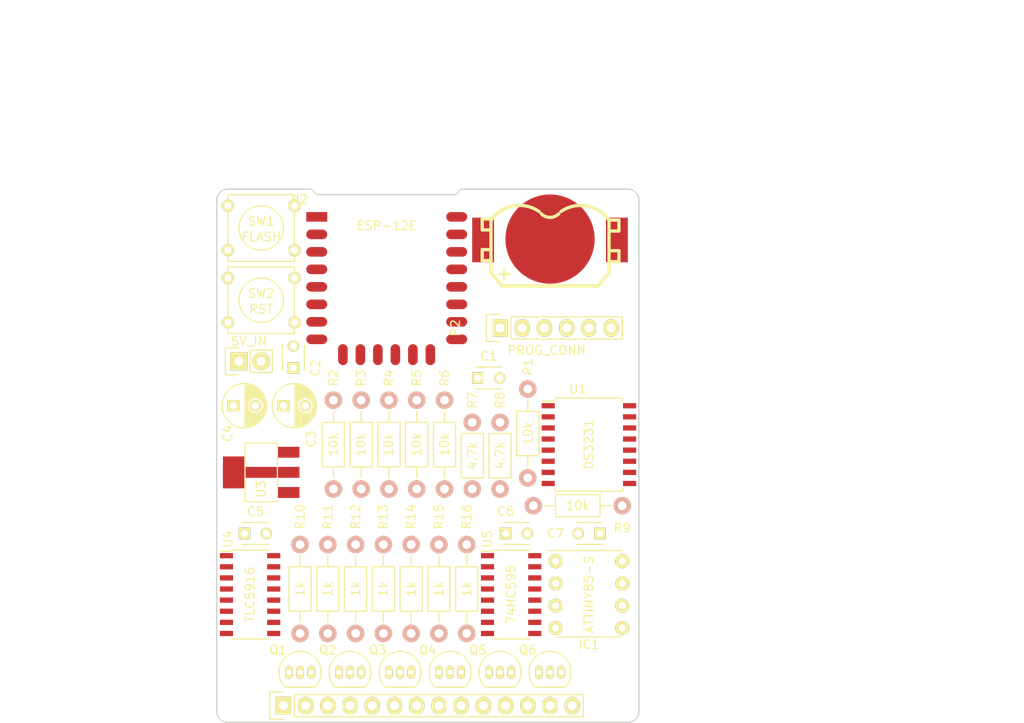
<source format=kicad_pcb>
(kicad_pcb (version 4) (host pcbnew 4.0.2-stable)

  (general
    (links 117)
    (no_connects 116)
    (area 121.209999 83.109999 169.620001 144.220001)
    (thickness 1.6)
    (drawings 24)
    (tracks 0)
    (zones 0)
    (modules 41)
    (nets 63)
  )

  (page A4)
  (layers
    (0 F.Cu signal)
    (31 B.Cu signal)
    (32 B.Adhes user)
    (33 F.Adhes user)
    (34 B.Paste user)
    (35 F.Paste user)
    (36 B.SilkS user)
    (37 F.SilkS user)
    (38 B.Mask user)
    (39 F.Mask user)
    (40 Dwgs.User user)
    (41 Cmts.User user)
    (42 Eco1.User user)
    (43 Eco2.User user)
    (44 Edge.Cuts user)
    (45 Margin user)
    (46 B.CrtYd user)
    (47 F.CrtYd user)
    (48 B.Fab user)
    (49 F.Fab user)
  )

  (setup
    (last_trace_width 0.25)
    (trace_clearance 0.2)
    (zone_clearance 0.508)
    (zone_45_only no)
    (trace_min 0.2)
    (segment_width 0.15)
    (edge_width 0.15)
    (via_size 0.6)
    (via_drill 0.4)
    (via_min_size 0.4)
    (via_min_drill 0.3)
    (uvia_size 0.3)
    (uvia_drill 0.1)
    (uvias_allowed no)
    (uvia_min_size 0.2)
    (uvia_min_drill 0.1)
    (pcb_text_width 0.3)
    (pcb_text_size 1.5 1.5)
    (mod_edge_width 0.15)
    (mod_text_size 1 1)
    (mod_text_width 0.15)
    (pad_size 4.064 4.064)
    (pad_drill 3.175)
    (pad_to_mask_clearance 0.2)
    (aux_axis_origin 0 0)
    (visible_elements FFFFFF7F)
    (pcbplotparams
      (layerselection 0x00030_80000001)
      (usegerberextensions false)
      (excludeedgelayer true)
      (linewidth 0.100000)
      (plotframeref false)
      (viasonmask false)
      (mode 1)
      (useauxorigin false)
      (hpglpennumber 1)
      (hpglpenspeed 20)
      (hpglpendiameter 15)
      (hpglpenoverlay 2)
      (psnegative false)
      (psa4output false)
      (plotreference true)
      (plotvalue true)
      (plotinvisibletext false)
      (padsonsilk false)
      (subtractmaskfromsilk false)
      (outputformat 1)
      (mirror false)
      (drillshape 1)
      (scaleselection 1)
      (outputdirectory ""))
  )

  (net 0 "")
  (net 1 "Net-(BT1-Pad1)")
  (net 2 GND)
  (net 3 +3V3)
  (net 4 +5V)
  (net 5 "Net-(IC1-Pad1)")
  (net 6 DISPLAY_SERIAL_DATA)
  (net 7 DISPLAY_SERIAL_LATCH)
  (net 8 I2C_DATA)
  (net 9 DISPLAY_SERIAL_CLOCK)
  (net 10 I2C_CLCK)
  (net 11 "Net-(P2-Pad2)")
  (net 12 CONN_TX)
  (net 13 CONN_RX)
  (net 14 "Net-(P2-Pad6)")
  (net 15 DIG_1_POWER)
  (net 16 DIG_2_POWER)
  (net 17 DIG_3_POWER)
  (net 18 DIG_4_POWER)
  (net 19 DIG_5_POWER)
  (net 20 DIG_6_POWER)
  (net 21 SEG_A)
  (net 22 SEG_B)
  (net 23 SEG_C)
  (net 24 SEG_D)
  (net 25 SEG_E)
  (net 26 SEG_F)
  (net 27 SEG_G)
  (net 28 SEG_P)
  (net 29 "Net-(Q1-Pad2)")
  (net 30 "Net-(Q2-Pad2)")
  (net 31 "Net-(Q3-Pad2)")
  (net 32 "Net-(Q4-Pad2)")
  (net 33 "Net-(Q5-Pad2)")
  (net 34 "Net-(Q6-Pad2)")
  (net 35 ESP_GPIO_14)
  (net 36 ESP_GPIO_0)
  (net 37 "Net-(R3-Pad1)")
  (net 38 ESP_RESET)
  (net 39 "Net-(R5-Pad2)")
  (net 40 "Net-(R6-Pad2)")
  (net 41 "Net-(R10-Pad1)")
  (net 42 "Net-(R11-Pad2)")
  (net 43 "Net-(R12-Pad2)")
  (net 44 "Net-(R13-Pad2)")
  (net 45 "Net-(R14-Pad2)")
  (net 46 "Net-(R15-Pad2)")
  (net 47 "Net-(R16-Pad2)")
  (net 48 "Net-(U1-Pad1)")
  (net 49 "Net-(U2-Pad9)")
  (net 50 "Net-(U2-Pad10)")
  (net 51 "Net-(U2-Pad11)")
  (net 52 "Net-(U2-Pad12)")
  (net 53 "Net-(U2-Pad13)")
  (net 54 "Net-(U2-Pad14)")
  (net 55 "Net-(U2-Pad2)")
  (net 56 "Net-(U2-Pad4)")
  (net 57 "Net-(U2-Pad6)")
  (net 58 "Net-(U2-Pad7)")
  (net 59 "Net-(U4-Pad2)")
  (net 60 "Net-(U4-Pad14)")
  (net 61 "Net-(U5-Pad6)")
  (net 62 "Net-(U5-Pad7)")

  (net_class Default "This is the default net class."
    (clearance 0.2)
    (trace_width 0.25)
    (via_dia 0.6)
    (via_drill 0.4)
    (uvia_dia 0.3)
    (uvia_drill 0.1)
    (add_net CONN_RX)
    (add_net CONN_TX)
    (add_net DISPLAY_SERIAL_CLOCK)
    (add_net DISPLAY_SERIAL_DATA)
    (add_net DISPLAY_SERIAL_LATCH)
    (add_net ESP_GPIO_0)
    (add_net ESP_GPIO_14)
    (add_net ESP_RESET)
    (add_net I2C_CLCK)
    (add_net I2C_DATA)
    (add_net "Net-(BT1-Pad1)")
    (add_net "Net-(IC1-Pad1)")
    (add_net "Net-(P2-Pad2)")
    (add_net "Net-(P2-Pad6)")
    (add_net "Net-(Q1-Pad2)")
    (add_net "Net-(Q2-Pad2)")
    (add_net "Net-(Q3-Pad2)")
    (add_net "Net-(Q4-Pad2)")
    (add_net "Net-(Q5-Pad2)")
    (add_net "Net-(Q6-Pad2)")
    (add_net "Net-(R10-Pad1)")
    (add_net "Net-(R11-Pad2)")
    (add_net "Net-(R12-Pad2)")
    (add_net "Net-(R13-Pad2)")
    (add_net "Net-(R14-Pad2)")
    (add_net "Net-(R15-Pad2)")
    (add_net "Net-(R16-Pad2)")
    (add_net "Net-(R3-Pad1)")
    (add_net "Net-(R5-Pad2)")
    (add_net "Net-(R6-Pad2)")
    (add_net "Net-(U1-Pad1)")
    (add_net "Net-(U2-Pad10)")
    (add_net "Net-(U2-Pad11)")
    (add_net "Net-(U2-Pad12)")
    (add_net "Net-(U2-Pad13)")
    (add_net "Net-(U2-Pad14)")
    (add_net "Net-(U2-Pad2)")
    (add_net "Net-(U2-Pad4)")
    (add_net "Net-(U2-Pad6)")
    (add_net "Net-(U2-Pad7)")
    (add_net "Net-(U2-Pad9)")
    (add_net "Net-(U4-Pad14)")
    (add_net "Net-(U4-Pad2)")
    (add_net "Net-(U5-Pad6)")
    (add_net "Net-(U5-Pad7)")
    (add_net SEG_A)
    (add_net SEG_B)
    (add_net SEG_C)
    (add_net SEG_D)
    (add_net SEG_E)
    (add_net SEG_F)
    (add_net SEG_G)
    (add_net SEG_P)
  )

  (net_class Power ""
    (clearance 0.2)
    (trace_width 0.5)
    (via_dia 0.6)
    (via_drill 0.4)
    (uvia_dia 0.3)
    (uvia_drill 0.1)
    (add_net +3V3)
    (add_net +5V)
    (add_net DIG_1_POWER)
    (add_net DIG_2_POWER)
    (add_net DIG_3_POWER)
    (add_net DIG_4_POWER)
    (add_net DIG_5_POWER)
    (add_net DIG_6_POWER)
    (add_net GND)
  )

  (module Housings_DIP:DIP-8_W7.62mm (layer F.Cu) (tedit 57D617E8) (tstamp 57D5A462)
    (at 160.02 125.73)
    (descr "8-lead dip package, row spacing 7.62 mm (300 mils)")
    (tags "dil dip 2.54 300")
    (path /5761E10F)
    (fp_text reference IC1 (at 3.81 9.525) (layer F.SilkS)
      (effects (font (size 1 1) (thickness 0.15)))
    )
    (fp_text value ATTINY85-S (at 3.81 3.81 90) (layer F.SilkS)
      (effects (font (size 1 1) (thickness 0.15)))
    )
    (fp_line (start 0.1016 8.6868) (end 7.4676 8.636) (layer F.SilkS) (width 0.15))
    (fp_line (start 0.1524 -1.2192) (end -0.8128 -1.2192) (layer F.SilkS) (width 0.15))
    (fp_line (start 0.1524 -1.2192) (end 7.62 -1.2192) (layer F.SilkS) (width 0.15))
    (fp_line (start -1.05 -2.45) (end -1.05 10.1) (layer F.CrtYd) (width 0.05))
    (fp_line (start 8.65 -2.45) (end 8.65 10.1) (layer F.CrtYd) (width 0.05))
    (fp_line (start -1.05 -2.45) (end 8.65 -2.45) (layer F.CrtYd) (width 0.05))
    (fp_line (start -1.05 10.1) (end 8.65 10.1) (layer F.CrtYd) (width 0.05))
    (pad 1 thru_hole oval (at 0 0) (size 1.6 1.6) (drill 0.8) (layers *.Cu *.Mask F.SilkS)
      (net 5 "Net-(IC1-Pad1)"))
    (pad 2 thru_hole oval (at 0 2.54) (size 1.6 1.6) (drill 0.8) (layers *.Cu *.Mask F.SilkS)
      (net 6 DISPLAY_SERIAL_DATA))
    (pad 3 thru_hole oval (at 0 5.08) (size 1.6 1.6) (drill 0.8) (layers *.Cu *.Mask F.SilkS)
      (net 7 DISPLAY_SERIAL_LATCH))
    (pad 4 thru_hole oval (at 0 7.62) (size 1.6 1.6) (drill 0.8) (layers *.Cu *.Mask F.SilkS)
      (net 2 GND))
    (pad 5 thru_hole oval (at 7.62 7.62) (size 1.6 1.6) (drill 0.8) (layers *.Cu *.Mask F.SilkS)
      (net 8 I2C_DATA))
    (pad 6 thru_hole oval (at 7.62 5.08) (size 1.6 1.6) (drill 0.8) (layers *.Cu *.Mask F.SilkS)
      (net 9 DISPLAY_SERIAL_CLOCK))
    (pad 7 thru_hole oval (at 7.62 2.54) (size 1.6 1.6) (drill 0.8) (layers *.Cu *.Mask F.SilkS)
      (net 10 I2C_CLCK))
    (pad 8 thru_hole oval (at 7.62 0) (size 1.6 1.6) (drill 0.8) (layers *.Cu *.Mask F.SilkS)
      (net 3 +3V3))
    (model Housings_DIP.3dshapes/DIP-8_W7.62mm.wrl
      (at (xyz 0 0 0))
      (scale (xyz 1 1 1))
      (rotate (xyz 0 0 0))
    )
  )

  (module Capacitors_ThroughHole:C_Disc_D3_P2.5 (layer F.Cu) (tedit 57D61528) (tstamp 57D5A432)
    (at 151.13 104.775)
    (descr "Capacitor 3mm Disc, Pitch 2.5mm")
    (tags Capacitor)
    (path /5763D7F7)
    (fp_text reference C1 (at 1.25 -2.5) (layer F.SilkS)
      (effects (font (size 1 1) (thickness 0.15)))
    )
    (fp_text value 0.1uF (at 1.25 2.5) (layer F.Fab) hide
      (effects (font (size 1 1) (thickness 0.15)))
    )
    (fp_line (start -0.9 -1.5) (end 3.4 -1.5) (layer F.CrtYd) (width 0.05))
    (fp_line (start 3.4 -1.5) (end 3.4 1.5) (layer F.CrtYd) (width 0.05))
    (fp_line (start 3.4 1.5) (end -0.9 1.5) (layer F.CrtYd) (width 0.05))
    (fp_line (start -0.9 1.5) (end -0.9 -1.5) (layer F.CrtYd) (width 0.05))
    (fp_line (start -0.25 -1.25) (end 2.75 -1.25) (layer F.SilkS) (width 0.15))
    (fp_line (start 2.75 1.25) (end -0.25 1.25) (layer F.SilkS) (width 0.15))
    (pad 1 thru_hole rect (at 0 0) (size 1.3 1.3) (drill 0.8) (layers *.Cu *.Mask F.SilkS)
      (net 3 +3V3))
    (pad 2 thru_hole circle (at 2.5 0) (size 1.3 1.3) (drill 0.8001) (layers *.Cu *.Mask F.SilkS)
      (net 2 GND))
    (model Capacitors_ThroughHole.3dshapes/C_Disc_D3_P2.5.wrl
      (at (xyz 0.0492126 0 0))
      (scale (xyz 1 1 1))
      (rotate (xyz 0 0 0))
    )
  )

  (module Capacitors_ThroughHole:C_Disc_D3_P2.5 (layer F.Cu) (tedit 57D759B4) (tstamp 57D5A438)
    (at 130.048 103.632 90)
    (descr "Capacitor 3mm Disc, Pitch 2.5mm")
    (tags Capacitor)
    (path /5761DBA4)
    (fp_text reference C2 (at 0 2.54 90) (layer F.SilkS)
      (effects (font (size 1 1) (thickness 0.15)))
    )
    (fp_text value 0.1uF (at 1.25 2.5 90) (layer F.Fab) hide
      (effects (font (size 1 1) (thickness 0.15)))
    )
    (fp_line (start -0.9 -1.5) (end 3.4 -1.5) (layer F.CrtYd) (width 0.05))
    (fp_line (start 3.4 -1.5) (end 3.4 1.5) (layer F.CrtYd) (width 0.05))
    (fp_line (start 3.4 1.5) (end -0.9 1.5) (layer F.CrtYd) (width 0.05))
    (fp_line (start -0.9 1.5) (end -0.9 -1.5) (layer F.CrtYd) (width 0.05))
    (fp_line (start -0.25 -1.25) (end 2.75 -1.25) (layer F.SilkS) (width 0.15))
    (fp_line (start 2.75 1.25) (end -0.25 1.25) (layer F.SilkS) (width 0.15))
    (pad 1 thru_hole rect (at 0 0 90) (size 1.3 1.3) (drill 0.8) (layers *.Cu *.Mask F.SilkS)
      (net 2 GND))
    (pad 2 thru_hole circle (at 2.5 0 90) (size 1.3 1.3) (drill 0.8001) (layers *.Cu *.Mask F.SilkS)
      (net 3 +3V3))
    (model Capacitors_ThroughHole.3dshapes/C_Disc_D3_P2.5.wrl
      (at (xyz 0.0492126 0 0))
      (scale (xyz 1 1 1))
      (rotate (xyz 0 0 0))
    )
  )

  (module Capacitors_ThroughHole:C_Radial_D5_L6_P2.5 (layer F.Cu) (tedit 57D759A5) (tstamp 57D5A43E)
    (at 128.905 107.95)
    (descr "Radial Electrolytic Capacitor Diameter 5mm x Length 6mm, Pitch 2.5mm")
    (tags "Electrolytic Capacitor")
    (path /5764483F)
    (fp_text reference C3 (at 3.175 3.81 90) (layer F.SilkS)
      (effects (font (size 1 1) (thickness 0.15)))
    )
    (fp_text value 10uF (at 1.25 3.8) (layer F.Fab) hide
      (effects (font (size 1 1) (thickness 0.15)))
    )
    (fp_line (start 1.325 -2.499) (end 1.325 2.499) (layer F.SilkS) (width 0.15))
    (fp_line (start 1.465 -2.491) (end 1.465 2.491) (layer F.SilkS) (width 0.15))
    (fp_line (start 1.605 -2.475) (end 1.605 -0.095) (layer F.SilkS) (width 0.15))
    (fp_line (start 1.605 0.095) (end 1.605 2.475) (layer F.SilkS) (width 0.15))
    (fp_line (start 1.745 -2.451) (end 1.745 -0.49) (layer F.SilkS) (width 0.15))
    (fp_line (start 1.745 0.49) (end 1.745 2.451) (layer F.SilkS) (width 0.15))
    (fp_line (start 1.885 -2.418) (end 1.885 -0.657) (layer F.SilkS) (width 0.15))
    (fp_line (start 1.885 0.657) (end 1.885 2.418) (layer F.SilkS) (width 0.15))
    (fp_line (start 2.025 -2.377) (end 2.025 -0.764) (layer F.SilkS) (width 0.15))
    (fp_line (start 2.025 0.764) (end 2.025 2.377) (layer F.SilkS) (width 0.15))
    (fp_line (start 2.165 -2.327) (end 2.165 -0.835) (layer F.SilkS) (width 0.15))
    (fp_line (start 2.165 0.835) (end 2.165 2.327) (layer F.SilkS) (width 0.15))
    (fp_line (start 2.305 -2.266) (end 2.305 -0.879) (layer F.SilkS) (width 0.15))
    (fp_line (start 2.305 0.879) (end 2.305 2.266) (layer F.SilkS) (width 0.15))
    (fp_line (start 2.445 -2.196) (end 2.445 -0.898) (layer F.SilkS) (width 0.15))
    (fp_line (start 2.445 0.898) (end 2.445 2.196) (layer F.SilkS) (width 0.15))
    (fp_line (start 2.585 -2.114) (end 2.585 -0.896) (layer F.SilkS) (width 0.15))
    (fp_line (start 2.585 0.896) (end 2.585 2.114) (layer F.SilkS) (width 0.15))
    (fp_line (start 2.725 -2.019) (end 2.725 -0.871) (layer F.SilkS) (width 0.15))
    (fp_line (start 2.725 0.871) (end 2.725 2.019) (layer F.SilkS) (width 0.15))
    (fp_line (start 2.865 -1.908) (end 2.865 -0.823) (layer F.SilkS) (width 0.15))
    (fp_line (start 2.865 0.823) (end 2.865 1.908) (layer F.SilkS) (width 0.15))
    (fp_line (start 3.005 -1.78) (end 3.005 -0.745) (layer F.SilkS) (width 0.15))
    (fp_line (start 3.005 0.745) (end 3.005 1.78) (layer F.SilkS) (width 0.15))
    (fp_line (start 3.145 -1.631) (end 3.145 -0.628) (layer F.SilkS) (width 0.15))
    (fp_line (start 3.145 0.628) (end 3.145 1.631) (layer F.SilkS) (width 0.15))
    (fp_line (start 3.285 -1.452) (end 3.285 -0.44) (layer F.SilkS) (width 0.15))
    (fp_line (start 3.285 0.44) (end 3.285 1.452) (layer F.SilkS) (width 0.15))
    (fp_line (start 3.425 -1.233) (end 3.425 1.233) (layer F.SilkS) (width 0.15))
    (fp_line (start 3.565 -0.944) (end 3.565 0.944) (layer F.SilkS) (width 0.15))
    (fp_line (start 3.705 -0.472) (end 3.705 0.472) (layer F.SilkS) (width 0.15))
    (fp_circle (center 2.5 0) (end 2.5 -0.9) (layer F.SilkS) (width 0.15))
    (fp_circle (center 1.25 0) (end 1.25 -2.5375) (layer F.SilkS) (width 0.15))
    (fp_circle (center 1.25 0) (end 1.25 -2.8) (layer F.CrtYd) (width 0.05))
    (pad 1 thru_hole rect (at 0 0) (size 1.3 1.3) (drill 0.8) (layers *.Cu *.Mask F.SilkS)
      (net 4 +5V))
    (pad 2 thru_hole circle (at 2.5 0) (size 1.3 1.3) (drill 0.8) (layers *.Cu *.Mask F.SilkS)
      (net 2 GND))
    (model Capacitors_ThroughHole.3dshapes/C_Radial_D5_L6_P2.5.wrl
      (at (xyz 0.0492126 0 0))
      (scale (xyz 1 1 1))
      (rotate (xyz 0 0 90))
    )
  )

  (module Capacitors_ThroughHole:C_Radial_D5_L6_P2.5 (layer F.Cu) (tedit 57D759AB) (tstamp 57D5A444)
    (at 123.19 107.95)
    (descr "Radial Electrolytic Capacitor Diameter 5mm x Length 6mm, Pitch 2.5mm")
    (tags "Electrolytic Capacitor")
    (path /576448D0)
    (fp_text reference C4 (at -0.635 3.175 90) (layer F.SilkS)
      (effects (font (size 1 1) (thickness 0.15)))
    )
    (fp_text value 10uF (at 1.25 3.8) (layer F.Fab) hide
      (effects (font (size 1 1) (thickness 0.15)))
    )
    (fp_line (start 1.325 -2.499) (end 1.325 2.499) (layer F.SilkS) (width 0.15))
    (fp_line (start 1.465 -2.491) (end 1.465 2.491) (layer F.SilkS) (width 0.15))
    (fp_line (start 1.605 -2.475) (end 1.605 -0.095) (layer F.SilkS) (width 0.15))
    (fp_line (start 1.605 0.095) (end 1.605 2.475) (layer F.SilkS) (width 0.15))
    (fp_line (start 1.745 -2.451) (end 1.745 -0.49) (layer F.SilkS) (width 0.15))
    (fp_line (start 1.745 0.49) (end 1.745 2.451) (layer F.SilkS) (width 0.15))
    (fp_line (start 1.885 -2.418) (end 1.885 -0.657) (layer F.SilkS) (width 0.15))
    (fp_line (start 1.885 0.657) (end 1.885 2.418) (layer F.SilkS) (width 0.15))
    (fp_line (start 2.025 -2.377) (end 2.025 -0.764) (layer F.SilkS) (width 0.15))
    (fp_line (start 2.025 0.764) (end 2.025 2.377) (layer F.SilkS) (width 0.15))
    (fp_line (start 2.165 -2.327) (end 2.165 -0.835) (layer F.SilkS) (width 0.15))
    (fp_line (start 2.165 0.835) (end 2.165 2.327) (layer F.SilkS) (width 0.15))
    (fp_line (start 2.305 -2.266) (end 2.305 -0.879) (layer F.SilkS) (width 0.15))
    (fp_line (start 2.305 0.879) (end 2.305 2.266) (layer F.SilkS) (width 0.15))
    (fp_line (start 2.445 -2.196) (end 2.445 -0.898) (layer F.SilkS) (width 0.15))
    (fp_line (start 2.445 0.898) (end 2.445 2.196) (layer F.SilkS) (width 0.15))
    (fp_line (start 2.585 -2.114) (end 2.585 -0.896) (layer F.SilkS) (width 0.15))
    (fp_line (start 2.585 0.896) (end 2.585 2.114) (layer F.SilkS) (width 0.15))
    (fp_line (start 2.725 -2.019) (end 2.725 -0.871) (layer F.SilkS) (width 0.15))
    (fp_line (start 2.725 0.871) (end 2.725 2.019) (layer F.SilkS) (width 0.15))
    (fp_line (start 2.865 -1.908) (end 2.865 -0.823) (layer F.SilkS) (width 0.15))
    (fp_line (start 2.865 0.823) (end 2.865 1.908) (layer F.SilkS) (width 0.15))
    (fp_line (start 3.005 -1.78) (end 3.005 -0.745) (layer F.SilkS) (width 0.15))
    (fp_line (start 3.005 0.745) (end 3.005 1.78) (layer F.SilkS) (width 0.15))
    (fp_line (start 3.145 -1.631) (end 3.145 -0.628) (layer F.SilkS) (width 0.15))
    (fp_line (start 3.145 0.628) (end 3.145 1.631) (layer F.SilkS) (width 0.15))
    (fp_line (start 3.285 -1.452) (end 3.285 -0.44) (layer F.SilkS) (width 0.15))
    (fp_line (start 3.285 0.44) (end 3.285 1.452) (layer F.SilkS) (width 0.15))
    (fp_line (start 3.425 -1.233) (end 3.425 1.233) (layer F.SilkS) (width 0.15))
    (fp_line (start 3.565 -0.944) (end 3.565 0.944) (layer F.SilkS) (width 0.15))
    (fp_line (start 3.705 -0.472) (end 3.705 0.472) (layer F.SilkS) (width 0.15))
    (fp_circle (center 2.5 0) (end 2.5 -0.9) (layer F.SilkS) (width 0.15))
    (fp_circle (center 1.25 0) (end 1.25 -2.5375) (layer F.SilkS) (width 0.15))
    (fp_circle (center 1.25 0) (end 1.25 -2.8) (layer F.CrtYd) (width 0.05))
    (pad 1 thru_hole rect (at 0 0) (size 1.3 1.3) (drill 0.8) (layers *.Cu *.Mask F.SilkS)
      (net 3 +3V3))
    (pad 2 thru_hole circle (at 2.5 0) (size 1.3 1.3) (drill 0.8) (layers *.Cu *.Mask F.SilkS)
      (net 2 GND))
    (model Capacitors_ThroughHole.3dshapes/C_Radial_D5_L6_P2.5.wrl
      (at (xyz 0.0492126 0 0))
      (scale (xyz 1 1 1))
      (rotate (xyz 0 0 90))
    )
  )

  (module Capacitors_ThroughHole:C_Disc_D3_P2.5 (layer F.Cu) (tedit 57D60FA2) (tstamp 57D5A44A)
    (at 124.46 122.555)
    (descr "Capacitor 3mm Disc, Pitch 2.5mm")
    (tags Capacitor)
    (path /5761DD07)
    (fp_text reference C5 (at 1.25 -2.5) (layer F.SilkS)
      (effects (font (size 1 1) (thickness 0.15)))
    )
    (fp_text value 0.1uF (at 1.25 2.5) (layer F.Fab) hide
      (effects (font (size 1 1) (thickness 0.15)))
    )
    (fp_line (start -0.9 -1.5) (end 3.4 -1.5) (layer F.CrtYd) (width 0.05))
    (fp_line (start 3.4 -1.5) (end 3.4 1.5) (layer F.CrtYd) (width 0.05))
    (fp_line (start 3.4 1.5) (end -0.9 1.5) (layer F.CrtYd) (width 0.05))
    (fp_line (start -0.9 1.5) (end -0.9 -1.5) (layer F.CrtYd) (width 0.05))
    (fp_line (start -0.25 -1.25) (end 2.75 -1.25) (layer F.SilkS) (width 0.15))
    (fp_line (start 2.75 1.25) (end -0.25 1.25) (layer F.SilkS) (width 0.15))
    (pad 1 thru_hole rect (at 0 0) (size 1.3 1.3) (drill 0.8) (layers *.Cu *.Mask F.SilkS)
      (net 2 GND))
    (pad 2 thru_hole circle (at 2.5 0) (size 1.3 1.3) (drill 0.8001) (layers *.Cu *.Mask F.SilkS)
      (net 3 +3V3))
    (model Capacitors_ThroughHole.3dshapes/C_Disc_D3_P2.5.wrl
      (at (xyz 0.0492126 0 0))
      (scale (xyz 1 1 1))
      (rotate (xyz 0 0 0))
    )
  )

  (module Capacitors_ThroughHole:C_Disc_D3_P2.5 (layer F.Cu) (tedit 57D6170D) (tstamp 57D5A450)
    (at 154.305 122.555)
    (descr "Capacitor 3mm Disc, Pitch 2.5mm")
    (tags Capacitor)
    (path /576338C7)
    (fp_text reference C6 (at 0 -2.54) (layer F.SilkS)
      (effects (font (size 1 1) (thickness 0.15)))
    )
    (fp_text value 0.1uF (at 1.25 2.5) (layer F.Fab) hide
      (effects (font (size 1 1) (thickness 0.15)))
    )
    (fp_line (start -0.9 -1.5) (end 3.4 -1.5) (layer F.CrtYd) (width 0.05))
    (fp_line (start 3.4 -1.5) (end 3.4 1.5) (layer F.CrtYd) (width 0.05))
    (fp_line (start 3.4 1.5) (end -0.9 1.5) (layer F.CrtYd) (width 0.05))
    (fp_line (start -0.9 1.5) (end -0.9 -1.5) (layer F.CrtYd) (width 0.05))
    (fp_line (start -0.25 -1.25) (end 2.75 -1.25) (layer F.SilkS) (width 0.15))
    (fp_line (start 2.75 1.25) (end -0.25 1.25) (layer F.SilkS) (width 0.15))
    (pad 1 thru_hole rect (at 0 0) (size 1.3 1.3) (drill 0.8) (layers *.Cu *.Mask F.SilkS)
      (net 3 +3V3))
    (pad 2 thru_hole circle (at 2.5 0) (size 1.3 1.3) (drill 0.8001) (layers *.Cu *.Mask F.SilkS)
      (net 2 GND))
    (model Capacitors_ThroughHole.3dshapes/C_Disc_D3_P2.5.wrl
      (at (xyz 0.0492126 0 0))
      (scale (xyz 1 1 1))
      (rotate (xyz 0 0 0))
    )
  )

  (module Capacitors_ThroughHole:C_Disc_D3_P2.5 (layer F.Cu) (tedit 57D6119E) (tstamp 57D5A456)
    (at 165.1 122.555 180)
    (descr "Capacitor 3mm Disc, Pitch 2.5mm")
    (tags Capacitor)
    (path /57630ACD)
    (fp_text reference C7 (at 5.08 0 180) (layer F.SilkS)
      (effects (font (size 1 1) (thickness 0.15)))
    )
    (fp_text value 0.1uF (at 1.25 2.5 180) (layer F.Fab) hide
      (effects (font (size 1 1) (thickness 0.15)))
    )
    (fp_line (start -0.9 -1.5) (end 3.4 -1.5) (layer F.CrtYd) (width 0.05))
    (fp_line (start 3.4 -1.5) (end 3.4 1.5) (layer F.CrtYd) (width 0.05))
    (fp_line (start 3.4 1.5) (end -0.9 1.5) (layer F.CrtYd) (width 0.05))
    (fp_line (start -0.9 1.5) (end -0.9 -1.5) (layer F.CrtYd) (width 0.05))
    (fp_line (start -0.25 -1.25) (end 2.75 -1.25) (layer F.SilkS) (width 0.15))
    (fp_line (start 2.75 1.25) (end -0.25 1.25) (layer F.SilkS) (width 0.15))
    (pad 1 thru_hole rect (at 0 0 180) (size 1.3 1.3) (drill 0.8) (layers *.Cu *.Mask F.SilkS)
      (net 3 +3V3))
    (pad 2 thru_hole circle (at 2.5 0 180) (size 1.3 1.3) (drill 0.8001) (layers *.Cu *.Mask F.SilkS)
      (net 2 GND))
    (model Capacitors_ThroughHole.3dshapes/C_Disc_D3_P2.5.wrl
      (at (xyz 0.0492126 0 0))
      (scale (xyz 1 1 1))
      (rotate (xyz 0 0 0))
    )
  )

  (module Pin_Headers:Pin_Header_Straight_1x02 (layer F.Cu) (tedit 57D762F6) (tstamp 57D5A468)
    (at 123.825 102.87 90)
    (descr "Through hole pin header")
    (tags "pin header")
    (path /57D5C9D7)
    (fp_text reference P1 (at 0 -5.1 90) (layer F.SilkS) hide
      (effects (font (size 1 1) (thickness 0.15)))
    )
    (fp_text value 5V_IN (at 2.286 1.143 180) (layer F.SilkS)
      (effects (font (size 1 1) (thickness 0.15)))
    )
    (fp_line (start 1.27 1.27) (end 1.27 3.81) (layer F.SilkS) (width 0.15))
    (fp_line (start 1.55 -1.55) (end 1.55 0) (layer F.SilkS) (width 0.15))
    (fp_line (start -1.75 -1.75) (end -1.75 4.3) (layer F.CrtYd) (width 0.05))
    (fp_line (start 1.75 -1.75) (end 1.75 4.3) (layer F.CrtYd) (width 0.05))
    (fp_line (start -1.75 -1.75) (end 1.75 -1.75) (layer F.CrtYd) (width 0.05))
    (fp_line (start -1.75 4.3) (end 1.75 4.3) (layer F.CrtYd) (width 0.05))
    (fp_line (start 1.27 1.27) (end -1.27 1.27) (layer F.SilkS) (width 0.15))
    (fp_line (start -1.55 0) (end -1.55 -1.55) (layer F.SilkS) (width 0.15))
    (fp_line (start -1.55 -1.55) (end 1.55 -1.55) (layer F.SilkS) (width 0.15))
    (fp_line (start -1.27 1.27) (end -1.27 3.81) (layer F.SilkS) (width 0.15))
    (fp_line (start -1.27 3.81) (end 1.27 3.81) (layer F.SilkS) (width 0.15))
    (pad 1 thru_hole rect (at 0 0 90) (size 2.032 2.032) (drill 1.016) (layers *.Cu *.Mask F.SilkS)
      (net 4 +5V))
    (pad 2 thru_hole oval (at 0 2.54 90) (size 2.032 2.032) (drill 1.016) (layers *.Cu *.Mask F.SilkS)
      (net 2 GND))
    (model Pin_Headers.3dshapes/Pin_Header_Straight_1x02.wrl
      (at (xyz 0 -0.05 0))
      (scale (xyz 1 1 1))
      (rotate (xyz 0 0 90))
    )
  )

  (module Pin_Headers:Pin_Header_Straight_1x06 (layer F.Cu) (tedit 57D762D0) (tstamp 57D5A472)
    (at 153.67 99.06 90)
    (descr "Through hole pin header")
    (tags "pin header")
    (path /57754264)
    (fp_text reference P2 (at 0 -5.1 90) (layer F.SilkS)
      (effects (font (size 1 1) (thickness 0.15)))
    )
    (fp_text value PROG_CONN (at -2.54 5.334 180) (layer F.SilkS)
      (effects (font (size 1 1) (thickness 0.15)))
    )
    (fp_line (start -1.75 -1.75) (end -1.75 14.45) (layer F.CrtYd) (width 0.05))
    (fp_line (start 1.75 -1.75) (end 1.75 14.45) (layer F.CrtYd) (width 0.05))
    (fp_line (start -1.75 -1.75) (end 1.75 -1.75) (layer F.CrtYd) (width 0.05))
    (fp_line (start -1.75 14.45) (end 1.75 14.45) (layer F.CrtYd) (width 0.05))
    (fp_line (start 1.27 1.27) (end 1.27 13.97) (layer F.SilkS) (width 0.15))
    (fp_line (start 1.27 13.97) (end -1.27 13.97) (layer F.SilkS) (width 0.15))
    (fp_line (start -1.27 13.97) (end -1.27 1.27) (layer F.SilkS) (width 0.15))
    (fp_line (start 1.55 -1.55) (end 1.55 0) (layer F.SilkS) (width 0.15))
    (fp_line (start 1.27 1.27) (end -1.27 1.27) (layer F.SilkS) (width 0.15))
    (fp_line (start -1.55 0) (end -1.55 -1.55) (layer F.SilkS) (width 0.15))
    (fp_line (start -1.55 -1.55) (end 1.55 -1.55) (layer F.SilkS) (width 0.15))
    (pad 1 thru_hole rect (at 0 0 90) (size 2.032 1.7272) (drill 1.016) (layers *.Cu *.Mask F.SilkS)
      (net 2 GND))
    (pad 2 thru_hole oval (at 0 2.54 90) (size 2.032 1.7272) (drill 1.016) (layers *.Cu *.Mask F.SilkS)
      (net 11 "Net-(P2-Pad2)"))
    (pad 3 thru_hole oval (at 0 5.08 90) (size 2.032 1.7272) (drill 1.016) (layers *.Cu *.Mask F.SilkS)
      (net 4 +5V))
    (pad 4 thru_hole oval (at 0 7.62 90) (size 2.032 1.7272) (drill 1.016) (layers *.Cu *.Mask F.SilkS)
      (net 12 CONN_TX))
    (pad 5 thru_hole oval (at 0 10.16 90) (size 2.032 1.7272) (drill 1.016) (layers *.Cu *.Mask F.SilkS)
      (net 13 CONN_RX))
    (pad 6 thru_hole oval (at 0 12.7 90) (size 2.032 1.7272) (drill 1.016) (layers *.Cu *.Mask F.SilkS)
      (net 14 "Net-(P2-Pad6)"))
    (model Pin_Headers.3dshapes/Pin_Header_Straight_1x06.wrl
      (at (xyz 0 -0.25 0))
      (scale (xyz 1 1 1))
      (rotate (xyz 0 0 90))
    )
  )

  (module Pin_Headers:Pin_Header_Straight_1x14 (layer F.Cu) (tedit 57D762E9) (tstamp 57D5A484)
    (at 128.905 142.24 90)
    (descr "Through hole pin header")
    (tags "pin header")
    (path /57D59A74)
    (fp_text reference P3 (at 0 -5.1 90) (layer F.SilkS) hide
      (effects (font (size 1 1) (thickness 0.15)))
    )
    (fp_text value DSPLY_CONN (at 0 -3.1 90) (layer F.Fab) hide
      (effects (font (size 1 1) (thickness 0.15)))
    )
    (fp_line (start -1.75 -1.75) (end -1.75 34.8) (layer F.CrtYd) (width 0.05))
    (fp_line (start 1.75 -1.75) (end 1.75 34.8) (layer F.CrtYd) (width 0.05))
    (fp_line (start -1.75 -1.75) (end 1.75 -1.75) (layer F.CrtYd) (width 0.05))
    (fp_line (start -1.75 34.8) (end 1.75 34.8) (layer F.CrtYd) (width 0.05))
    (fp_line (start -1.27 1.27) (end -1.27 34.29) (layer F.SilkS) (width 0.15))
    (fp_line (start -1.27 34.29) (end 1.27 34.29) (layer F.SilkS) (width 0.15))
    (fp_line (start 1.27 34.29) (end 1.27 1.27) (layer F.SilkS) (width 0.15))
    (fp_line (start 1.55 -1.55) (end 1.55 0) (layer F.SilkS) (width 0.15))
    (fp_line (start 1.27 1.27) (end -1.27 1.27) (layer F.SilkS) (width 0.15))
    (fp_line (start -1.55 0) (end -1.55 -1.55) (layer F.SilkS) (width 0.15))
    (fp_line (start -1.55 -1.55) (end 1.55 -1.55) (layer F.SilkS) (width 0.15))
    (pad 1 thru_hole rect (at 0 0 90) (size 2.032 1.7272) (drill 1.016) (layers *.Cu *.Mask F.SilkS)
      (net 15 DIG_1_POWER))
    (pad 2 thru_hole oval (at 0 2.54 90) (size 2.032 1.7272) (drill 1.016) (layers *.Cu *.Mask F.SilkS)
      (net 16 DIG_2_POWER))
    (pad 3 thru_hole oval (at 0 5.08 90) (size 2.032 1.7272) (drill 1.016) (layers *.Cu *.Mask F.SilkS)
      (net 17 DIG_3_POWER))
    (pad 4 thru_hole oval (at 0 7.62 90) (size 2.032 1.7272) (drill 1.016) (layers *.Cu *.Mask F.SilkS)
      (net 18 DIG_4_POWER))
    (pad 5 thru_hole oval (at 0 10.16 90) (size 2.032 1.7272) (drill 1.016) (layers *.Cu *.Mask F.SilkS)
      (net 19 DIG_5_POWER))
    (pad 6 thru_hole oval (at 0 12.7 90) (size 2.032 1.7272) (drill 1.016) (layers *.Cu *.Mask F.SilkS)
      (net 20 DIG_6_POWER))
    (pad 7 thru_hole oval (at 0 15.24 90) (size 2.032 1.7272) (drill 1.016) (layers *.Cu *.Mask F.SilkS)
      (net 21 SEG_A))
    (pad 8 thru_hole oval (at 0 17.78 90) (size 2.032 1.7272) (drill 1.016) (layers *.Cu *.Mask F.SilkS)
      (net 22 SEG_B))
    (pad 9 thru_hole oval (at 0 20.32 90) (size 2.032 1.7272) (drill 1.016) (layers *.Cu *.Mask F.SilkS)
      (net 23 SEG_C))
    (pad 10 thru_hole oval (at 0 22.86 90) (size 2.032 1.7272) (drill 1.016) (layers *.Cu *.Mask F.SilkS)
      (net 24 SEG_D))
    (pad 11 thru_hole oval (at 0 25.4 90) (size 2.032 1.7272) (drill 1.016) (layers *.Cu *.Mask F.SilkS)
      (net 25 SEG_E))
    (pad 12 thru_hole oval (at 0 27.94 90) (size 2.032 1.7272) (drill 1.016) (layers *.Cu *.Mask F.SilkS)
      (net 26 SEG_F))
    (pad 13 thru_hole oval (at 0 30.48 90) (size 2.032 1.7272) (drill 1.016) (layers *.Cu *.Mask F.SilkS)
      (net 27 SEG_G))
    (pad 14 thru_hole oval (at 0 33.02 90) (size 2.032 1.7272) (drill 1.016) (layers *.Cu *.Mask F.SilkS)
      (net 28 SEG_P))
    (model Pin_Headers.3dshapes/Pin_Header_Straight_1x14.wrl
      (at (xyz 0 -0.65 0))
      (scale (xyz 1 1 1))
      (rotate (xyz 0 0 90))
    )
  )

  (module TO_SOT_Packages_THT:TO-92_Inline_Narrow_Oval (layer F.Cu) (tedit 57D60EC6) (tstamp 57D5A48B)
    (at 129.54 138.43)
    (descr "TO-92 leads in-line, narrow, oval pads, drill 0.6mm (see NXP sot054_po.pdf)")
    (tags "to-92 sc-43 sc-43a sot54 PA33 transistor")
    (path /5761DEED)
    (fp_text reference Q1 (at -1.27 -2.54) (layer F.SilkS)
      (effects (font (size 1 1) (thickness 0.15)))
    )
    (fp_text value Q_NPN_EBC (at 0 3) (layer F.Fab) hide
      (effects (font (size 1 1) (thickness 0.15)))
    )
    (fp_line (start -1.4 1.95) (end -1.4 -2.65) (layer F.CrtYd) (width 0.05))
    (fp_line (start -1.4 1.95) (end 3.95 1.95) (layer F.CrtYd) (width 0.05))
    (fp_line (start -0.43 1.7) (end 2.97 1.7) (layer F.SilkS) (width 0.15))
    (fp_arc (start 1.27 0) (end 1.27 -2.4) (angle -135) (layer F.SilkS) (width 0.15))
    (fp_arc (start 1.27 0) (end 1.27 -2.4) (angle 135) (layer F.SilkS) (width 0.15))
    (fp_line (start -1.4 -2.65) (end 3.95 -2.65) (layer F.CrtYd) (width 0.05))
    (fp_line (start 3.95 1.95) (end 3.95 -2.65) (layer F.CrtYd) (width 0.05))
    (pad 2 thru_hole oval (at 1.27 0 180) (size 0.89916 1.50114) (drill 0.6) (layers *.Cu *.Mask F.SilkS)
      (net 29 "Net-(Q1-Pad2)"))
    (pad 3 thru_hole oval (at 2.54 0 180) (size 0.89916 1.50114) (drill 0.6) (layers *.Cu *.Mask F.SilkS)
      (net 4 +5V))
    (pad 1 thru_hole oval (at 0 0 180) (size 0.89916 1.50114) (drill 0.6) (layers *.Cu *.Mask F.SilkS)
      (net 15 DIG_1_POWER))
    (model TO_SOT_Packages_THT.3dshapes/TO-92_Inline_Narrow_Oval.wrl
      (at (xyz 0.05 0 0))
      (scale (xyz 1 1 1))
      (rotate (xyz 0 0 -90))
    )
  )

  (module TO_SOT_Packages_THT:TO-92_Inline_Narrow_Oval (layer F.Cu) (tedit 57D60ECB) (tstamp 57D5A492)
    (at 135.255 138.43)
    (descr "TO-92 leads in-line, narrow, oval pads, drill 0.6mm (see NXP sot054_po.pdf)")
    (tags "to-92 sc-43 sc-43a sot54 PA33 transistor")
    (path /5761DEBB)
    (fp_text reference Q2 (at -1.27 -2.54) (layer F.SilkS)
      (effects (font (size 1 1) (thickness 0.15)))
    )
    (fp_text value Q_NPN_EBC (at 0 3) (layer F.Fab) hide
      (effects (font (size 1 1) (thickness 0.15)))
    )
    (fp_line (start -1.4 1.95) (end -1.4 -2.65) (layer F.CrtYd) (width 0.05))
    (fp_line (start -1.4 1.95) (end 3.95 1.95) (layer F.CrtYd) (width 0.05))
    (fp_line (start -0.43 1.7) (end 2.97 1.7) (layer F.SilkS) (width 0.15))
    (fp_arc (start 1.27 0) (end 1.27 -2.4) (angle -135) (layer F.SilkS) (width 0.15))
    (fp_arc (start 1.27 0) (end 1.27 -2.4) (angle 135) (layer F.SilkS) (width 0.15))
    (fp_line (start -1.4 -2.65) (end 3.95 -2.65) (layer F.CrtYd) (width 0.05))
    (fp_line (start 3.95 1.95) (end 3.95 -2.65) (layer F.CrtYd) (width 0.05))
    (pad 2 thru_hole oval (at 1.27 0 180) (size 0.89916 1.50114) (drill 0.6) (layers *.Cu *.Mask F.SilkS)
      (net 30 "Net-(Q2-Pad2)"))
    (pad 3 thru_hole oval (at 2.54 0 180) (size 0.89916 1.50114) (drill 0.6) (layers *.Cu *.Mask F.SilkS)
      (net 4 +5V))
    (pad 1 thru_hole oval (at 0 0 180) (size 0.89916 1.50114) (drill 0.6) (layers *.Cu *.Mask F.SilkS)
      (net 16 DIG_2_POWER))
    (model TO_SOT_Packages_THT.3dshapes/TO-92_Inline_Narrow_Oval.wrl
      (at (xyz 0.05 0 0))
      (scale (xyz 1 1 1))
      (rotate (xyz 0 0 -90))
    )
  )

  (module TO_SOT_Packages_THT:TO-92_Inline_Narrow_Oval (layer F.Cu) (tedit 57D60ECE) (tstamp 57D5A499)
    (at 140.97 138.43)
    (descr "TO-92 leads in-line, narrow, oval pads, drill 0.6mm (see NXP sot054_po.pdf)")
    (tags "to-92 sc-43 sc-43a sot54 PA33 transistor")
    (path /5761DE89)
    (fp_text reference Q3 (at -1.27 -2.54) (layer F.SilkS)
      (effects (font (size 1 1) (thickness 0.15)))
    )
    (fp_text value Q_NPN_EBC (at 0 3) (layer F.Fab) hide
      (effects (font (size 1 1) (thickness 0.15)))
    )
    (fp_line (start -1.4 1.95) (end -1.4 -2.65) (layer F.CrtYd) (width 0.05))
    (fp_line (start -1.4 1.95) (end 3.95 1.95) (layer F.CrtYd) (width 0.05))
    (fp_line (start -0.43 1.7) (end 2.97 1.7) (layer F.SilkS) (width 0.15))
    (fp_arc (start 1.27 0) (end 1.27 -2.4) (angle -135) (layer F.SilkS) (width 0.15))
    (fp_arc (start 1.27 0) (end 1.27 -2.4) (angle 135) (layer F.SilkS) (width 0.15))
    (fp_line (start -1.4 -2.65) (end 3.95 -2.65) (layer F.CrtYd) (width 0.05))
    (fp_line (start 3.95 1.95) (end 3.95 -2.65) (layer F.CrtYd) (width 0.05))
    (pad 2 thru_hole oval (at 1.27 0 180) (size 0.89916 1.50114) (drill 0.6) (layers *.Cu *.Mask F.SilkS)
      (net 31 "Net-(Q3-Pad2)"))
    (pad 3 thru_hole oval (at 2.54 0 180) (size 0.89916 1.50114) (drill 0.6) (layers *.Cu *.Mask F.SilkS)
      (net 4 +5V))
    (pad 1 thru_hole oval (at 0 0 180) (size 0.89916 1.50114) (drill 0.6) (layers *.Cu *.Mask F.SilkS)
      (net 17 DIG_3_POWER))
    (model TO_SOT_Packages_THT.3dshapes/TO-92_Inline_Narrow_Oval.wrl
      (at (xyz 0.05 0 0))
      (scale (xyz 1 1 1))
      (rotate (xyz 0 0 -90))
    )
  )

  (module TO_SOT_Packages_THT:TO-92_Inline_Narrow_Oval (layer F.Cu) (tedit 57D60ED2) (tstamp 57D5A4A0)
    (at 146.685 138.43)
    (descr "TO-92 leads in-line, narrow, oval pads, drill 0.6mm (see NXP sot054_po.pdf)")
    (tags "to-92 sc-43 sc-43a sot54 PA33 transistor")
    (path /5761DE5C)
    (fp_text reference Q4 (at -1.27 -2.54) (layer F.SilkS)
      (effects (font (size 1 1) (thickness 0.15)))
    )
    (fp_text value Q_NPN_EBC (at 0 3) (layer F.Fab) hide
      (effects (font (size 1 1) (thickness 0.15)))
    )
    (fp_line (start -1.4 1.95) (end -1.4 -2.65) (layer F.CrtYd) (width 0.05))
    (fp_line (start -1.4 1.95) (end 3.95 1.95) (layer F.CrtYd) (width 0.05))
    (fp_line (start -0.43 1.7) (end 2.97 1.7) (layer F.SilkS) (width 0.15))
    (fp_arc (start 1.27 0) (end 1.27 -2.4) (angle -135) (layer F.SilkS) (width 0.15))
    (fp_arc (start 1.27 0) (end 1.27 -2.4) (angle 135) (layer F.SilkS) (width 0.15))
    (fp_line (start -1.4 -2.65) (end 3.95 -2.65) (layer F.CrtYd) (width 0.05))
    (fp_line (start 3.95 1.95) (end 3.95 -2.65) (layer F.CrtYd) (width 0.05))
    (pad 2 thru_hole oval (at 1.27 0 180) (size 0.89916 1.50114) (drill 0.6) (layers *.Cu *.Mask F.SilkS)
      (net 32 "Net-(Q4-Pad2)"))
    (pad 3 thru_hole oval (at 2.54 0 180) (size 0.89916 1.50114) (drill 0.6) (layers *.Cu *.Mask F.SilkS)
      (net 4 +5V))
    (pad 1 thru_hole oval (at 0 0 180) (size 0.89916 1.50114) (drill 0.6) (layers *.Cu *.Mask F.SilkS)
      (net 18 DIG_4_POWER))
    (model TO_SOT_Packages_THT.3dshapes/TO-92_Inline_Narrow_Oval.wrl
      (at (xyz 0.05 0 0))
      (scale (xyz 1 1 1))
      (rotate (xyz 0 0 -90))
    )
  )

  (module TO_SOT_Packages_THT:TO-92_Inline_Narrow_Oval (layer F.Cu) (tedit 57D60ED4) (tstamp 57D5A4A7)
    (at 152.4 138.43)
    (descr "TO-92 leads in-line, narrow, oval pads, drill 0.6mm (see NXP sot054_po.pdf)")
    (tags "to-92 sc-43 sc-43a sot54 PA33 transistor")
    (path /5761DE29)
    (fp_text reference Q5 (at -1.27 -2.54) (layer F.SilkS)
      (effects (font (size 1 1) (thickness 0.15)))
    )
    (fp_text value Q_NPN_EBC (at 0 3) (layer F.Fab) hide
      (effects (font (size 1 1) (thickness 0.15)))
    )
    (fp_line (start -1.4 1.95) (end -1.4 -2.65) (layer F.CrtYd) (width 0.05))
    (fp_line (start -1.4 1.95) (end 3.95 1.95) (layer F.CrtYd) (width 0.05))
    (fp_line (start -0.43 1.7) (end 2.97 1.7) (layer F.SilkS) (width 0.15))
    (fp_arc (start 1.27 0) (end 1.27 -2.4) (angle -135) (layer F.SilkS) (width 0.15))
    (fp_arc (start 1.27 0) (end 1.27 -2.4) (angle 135) (layer F.SilkS) (width 0.15))
    (fp_line (start -1.4 -2.65) (end 3.95 -2.65) (layer F.CrtYd) (width 0.05))
    (fp_line (start 3.95 1.95) (end 3.95 -2.65) (layer F.CrtYd) (width 0.05))
    (pad 2 thru_hole oval (at 1.27 0 180) (size 0.89916 1.50114) (drill 0.6) (layers *.Cu *.Mask F.SilkS)
      (net 33 "Net-(Q5-Pad2)"))
    (pad 3 thru_hole oval (at 2.54 0 180) (size 0.89916 1.50114) (drill 0.6) (layers *.Cu *.Mask F.SilkS)
      (net 4 +5V))
    (pad 1 thru_hole oval (at 0 0 180) (size 0.89916 1.50114) (drill 0.6) (layers *.Cu *.Mask F.SilkS)
      (net 19 DIG_5_POWER))
    (model TO_SOT_Packages_THT.3dshapes/TO-92_Inline_Narrow_Oval.wrl
      (at (xyz 0.05 0 0))
      (scale (xyz 1 1 1))
      (rotate (xyz 0 0 -90))
    )
  )

  (module TO_SOT_Packages_THT:TO-92_Inline_Narrow_Oval (layer F.Cu) (tedit 57D60ED8) (tstamp 57D5A4AE)
    (at 158.115 138.43)
    (descr "TO-92 leads in-line, narrow, oval pads, drill 0.6mm (see NXP sot054_po.pdf)")
    (tags "to-92 sc-43 sc-43a sot54 PA33 transistor")
    (path /5761DDEF)
    (fp_text reference Q6 (at -1.27 -2.54) (layer F.SilkS)
      (effects (font (size 1 1) (thickness 0.15)))
    )
    (fp_text value Q_NPN_EBC (at 0 3) (layer F.Fab) hide
      (effects (font (size 1 1) (thickness 0.15)))
    )
    (fp_line (start -1.4 1.95) (end -1.4 -2.65) (layer F.CrtYd) (width 0.05))
    (fp_line (start -1.4 1.95) (end 3.95 1.95) (layer F.CrtYd) (width 0.05))
    (fp_line (start -0.43 1.7) (end 2.97 1.7) (layer F.SilkS) (width 0.15))
    (fp_arc (start 1.27 0) (end 1.27 -2.4) (angle -135) (layer F.SilkS) (width 0.15))
    (fp_arc (start 1.27 0) (end 1.27 -2.4) (angle 135) (layer F.SilkS) (width 0.15))
    (fp_line (start -1.4 -2.65) (end 3.95 -2.65) (layer F.CrtYd) (width 0.05))
    (fp_line (start 3.95 1.95) (end 3.95 -2.65) (layer F.CrtYd) (width 0.05))
    (pad 2 thru_hole oval (at 1.27 0 180) (size 0.89916 1.50114) (drill 0.6) (layers *.Cu *.Mask F.SilkS)
      (net 34 "Net-(Q6-Pad2)"))
    (pad 3 thru_hole oval (at 2.54 0 180) (size 0.89916 1.50114) (drill 0.6) (layers *.Cu *.Mask F.SilkS)
      (net 4 +5V))
    (pad 1 thru_hole oval (at 0 0 180) (size 0.89916 1.50114) (drill 0.6) (layers *.Cu *.Mask F.SilkS)
      (net 20 DIG_6_POWER))
    (model TO_SOT_Packages_THT.3dshapes/TO-92_Inline_Narrow_Oval.wrl
      (at (xyz 0.05 0 0))
      (scale (xyz 1 1 1))
      (rotate (xyz 0 0 -90))
    )
  )

  (module Resistors_ThroughHole:Resistor_Horizontal_RM10mm (layer F.Cu) (tedit 57D5A7FC) (tstamp 57D5A4B4)
    (at 156.845 116.205 90)
    (descr "Resistor, Axial,  RM 10mm, 1/3W")
    (tags "Resistor Axial RM 10mm 1/3W")
    (path /57D5FD4D)
    (fp_text reference R1 (at 12.7 0 90) (layer F.SilkS)
      (effects (font (size 1 1) (thickness 0.15)))
    )
    (fp_text value 10k (at 5.08 0 90) (layer F.SilkS)
      (effects (font (size 1 1) (thickness 0.15)))
    )
    (fp_line (start -1.25 -1.5) (end 11.4 -1.5) (layer F.CrtYd) (width 0.05))
    (fp_line (start -1.25 1.5) (end -1.25 -1.5) (layer F.CrtYd) (width 0.05))
    (fp_line (start 11.4 -1.5) (end 11.4 1.5) (layer F.CrtYd) (width 0.05))
    (fp_line (start -1.25 1.5) (end 11.4 1.5) (layer F.CrtYd) (width 0.05))
    (fp_line (start 2.54 -1.27) (end 7.62 -1.27) (layer F.SilkS) (width 0.15))
    (fp_line (start 7.62 -1.27) (end 7.62 1.27) (layer F.SilkS) (width 0.15))
    (fp_line (start 7.62 1.27) (end 2.54 1.27) (layer F.SilkS) (width 0.15))
    (fp_line (start 2.54 1.27) (end 2.54 -1.27) (layer F.SilkS) (width 0.15))
    (fp_line (start 2.54 0) (end 1.27 0) (layer F.SilkS) (width 0.15))
    (fp_line (start 7.62 0) (end 8.89 0) (layer F.SilkS) (width 0.15))
    (pad 1 thru_hole circle (at 0 0 90) (size 1.99898 1.99898) (drill 1.00076) (layers *.Cu *.SilkS *.Mask)
      (net 3 +3V3))
    (pad 2 thru_hole circle (at 10.16 0 90) (size 1.99898 1.99898) (drill 1.00076) (layers *.Cu *.SilkS *.Mask)
      (net 35 ESP_GPIO_14))
    (model Resistors_ThroughHole.3dshapes/Resistor_Horizontal_RM10mm.wrl
      (at (xyz 0.2 0 0))
      (scale (xyz 0.4 0.4 0.4))
      (rotate (xyz 0 0 0))
    )
  )

  (module Resistors_ThroughHole:Resistor_Horizontal_RM10mm (layer F.Cu) (tedit 57D5A7DF) (tstamp 57D5A4BA)
    (at 134.62 117.475 90)
    (descr "Resistor, Axial,  RM 10mm, 1/3W")
    (tags "Resistor Axial RM 10mm 1/3W")
    (path /57637FC5)
    (fp_text reference R2 (at 12.7 0 90) (layer F.SilkS)
      (effects (font (size 1 1) (thickness 0.15)))
    )
    (fp_text value 10k (at 5.08 0 90) (layer F.SilkS)
      (effects (font (size 1 1) (thickness 0.15)))
    )
    (fp_line (start -1.25 -1.5) (end 11.4 -1.5) (layer F.CrtYd) (width 0.05))
    (fp_line (start -1.25 1.5) (end -1.25 -1.5) (layer F.CrtYd) (width 0.05))
    (fp_line (start 11.4 -1.5) (end 11.4 1.5) (layer F.CrtYd) (width 0.05))
    (fp_line (start -1.25 1.5) (end 11.4 1.5) (layer F.CrtYd) (width 0.05))
    (fp_line (start 2.54 -1.27) (end 7.62 -1.27) (layer F.SilkS) (width 0.15))
    (fp_line (start 7.62 -1.27) (end 7.62 1.27) (layer F.SilkS) (width 0.15))
    (fp_line (start 7.62 1.27) (end 2.54 1.27) (layer F.SilkS) (width 0.15))
    (fp_line (start 2.54 1.27) (end 2.54 -1.27) (layer F.SilkS) (width 0.15))
    (fp_line (start 2.54 0) (end 1.27 0) (layer F.SilkS) (width 0.15))
    (fp_line (start 7.62 0) (end 8.89 0) (layer F.SilkS) (width 0.15))
    (pad 1 thru_hole circle (at 0 0 90) (size 1.99898 1.99898) (drill 1.00076) (layers *.Cu *.SilkS *.Mask)
      (net 3 +3V3))
    (pad 2 thru_hole circle (at 10.16 0 90) (size 1.99898 1.99898) (drill 1.00076) (layers *.Cu *.SilkS *.Mask)
      (net 36 ESP_GPIO_0))
    (model Resistors_ThroughHole.3dshapes/Resistor_Horizontal_RM10mm.wrl
      (at (xyz 0.2 0 0))
      (scale (xyz 0.4 0.4 0.4))
      (rotate (xyz 0 0 0))
    )
  )

  (module Resistors_ThroughHole:Resistor_Horizontal_RM10mm (layer F.Cu) (tedit 57D5A7E4) (tstamp 57D5A4C0)
    (at 137.795 117.475 90)
    (descr "Resistor, Axial,  RM 10mm, 1/3W")
    (tags "Resistor Axial RM 10mm 1/3W")
    (path /57D47C26)
    (fp_text reference R3 (at 12.7 0 90) (layer F.SilkS)
      (effects (font (size 1 1) (thickness 0.15)))
    )
    (fp_text value 10k (at 5.08 0 90) (layer F.SilkS)
      (effects (font (size 1 1) (thickness 0.15)))
    )
    (fp_line (start -1.25 -1.5) (end 11.4 -1.5) (layer F.CrtYd) (width 0.05))
    (fp_line (start -1.25 1.5) (end -1.25 -1.5) (layer F.CrtYd) (width 0.05))
    (fp_line (start 11.4 -1.5) (end 11.4 1.5) (layer F.CrtYd) (width 0.05))
    (fp_line (start -1.25 1.5) (end 11.4 1.5) (layer F.CrtYd) (width 0.05))
    (fp_line (start 2.54 -1.27) (end 7.62 -1.27) (layer F.SilkS) (width 0.15))
    (fp_line (start 7.62 -1.27) (end 7.62 1.27) (layer F.SilkS) (width 0.15))
    (fp_line (start 7.62 1.27) (end 2.54 1.27) (layer F.SilkS) (width 0.15))
    (fp_line (start 2.54 1.27) (end 2.54 -1.27) (layer F.SilkS) (width 0.15))
    (fp_line (start 2.54 0) (end 1.27 0) (layer F.SilkS) (width 0.15))
    (fp_line (start 7.62 0) (end 8.89 0) (layer F.SilkS) (width 0.15))
    (pad 1 thru_hole circle (at 0 0 90) (size 1.99898 1.99898) (drill 1.00076) (layers *.Cu *.SilkS *.Mask)
      (net 37 "Net-(R3-Pad1)"))
    (pad 2 thru_hole circle (at 10.16 0 90) (size 1.99898 1.99898) (drill 1.00076) (layers *.Cu *.SilkS *.Mask)
      (net 3 +3V3))
    (model Resistors_ThroughHole.3dshapes/Resistor_Horizontal_RM10mm.wrl
      (at (xyz 0.2 0 0))
      (scale (xyz 0.4 0.4 0.4))
      (rotate (xyz 0 0 0))
    )
  )

  (module Resistors_ThroughHole:Resistor_Horizontal_RM10mm (layer F.Cu) (tedit 57D5A7E8) (tstamp 57D5A4C6)
    (at 140.97 117.475 90)
    (descr "Resistor, Axial,  RM 10mm, 1/3W")
    (tags "Resistor Axial RM 10mm 1/3W")
    (path /57638B15)
    (fp_text reference R4 (at 12.7 0 90) (layer F.SilkS)
      (effects (font (size 1 1) (thickness 0.15)))
    )
    (fp_text value 10k (at 5.08 0 90) (layer F.SilkS)
      (effects (font (size 1 1) (thickness 0.15)))
    )
    (fp_line (start -1.25 -1.5) (end 11.4 -1.5) (layer F.CrtYd) (width 0.05))
    (fp_line (start -1.25 1.5) (end -1.25 -1.5) (layer F.CrtYd) (width 0.05))
    (fp_line (start 11.4 -1.5) (end 11.4 1.5) (layer F.CrtYd) (width 0.05))
    (fp_line (start -1.25 1.5) (end 11.4 1.5) (layer F.CrtYd) (width 0.05))
    (fp_line (start 2.54 -1.27) (end 7.62 -1.27) (layer F.SilkS) (width 0.15))
    (fp_line (start 7.62 -1.27) (end 7.62 1.27) (layer F.SilkS) (width 0.15))
    (fp_line (start 7.62 1.27) (end 2.54 1.27) (layer F.SilkS) (width 0.15))
    (fp_line (start 2.54 1.27) (end 2.54 -1.27) (layer F.SilkS) (width 0.15))
    (fp_line (start 2.54 0) (end 1.27 0) (layer F.SilkS) (width 0.15))
    (fp_line (start 7.62 0) (end 8.89 0) (layer F.SilkS) (width 0.15))
    (pad 1 thru_hole circle (at 0 0 90) (size 1.99898 1.99898) (drill 1.00076) (layers *.Cu *.SilkS *.Mask)
      (net 3 +3V3))
    (pad 2 thru_hole circle (at 10.16 0 90) (size 1.99898 1.99898) (drill 1.00076) (layers *.Cu *.SilkS *.Mask)
      (net 38 ESP_RESET))
    (model Resistors_ThroughHole.3dshapes/Resistor_Horizontal_RM10mm.wrl
      (at (xyz 0.2 0 0))
      (scale (xyz 0.4 0.4 0.4))
      (rotate (xyz 0 0 0))
    )
  )

  (module Resistors_ThroughHole:Resistor_Horizontal_RM10mm (layer F.Cu) (tedit 57D5A7EC) (tstamp 57D5A4CC)
    (at 144.145 117.475 90)
    (descr "Resistor, Axial,  RM 10mm, 1/3W")
    (tags "Resistor Axial RM 10mm 1/3W")
    (path /5763AFB6)
    (fp_text reference R5 (at 12.7 0 90) (layer F.SilkS)
      (effects (font (size 1 1) (thickness 0.15)))
    )
    (fp_text value 10k (at 5.08 0 90) (layer F.SilkS)
      (effects (font (size 1 1) (thickness 0.15)))
    )
    (fp_line (start -1.25 -1.5) (end 11.4 -1.5) (layer F.CrtYd) (width 0.05))
    (fp_line (start -1.25 1.5) (end -1.25 -1.5) (layer F.CrtYd) (width 0.05))
    (fp_line (start 11.4 -1.5) (end 11.4 1.5) (layer F.CrtYd) (width 0.05))
    (fp_line (start -1.25 1.5) (end 11.4 1.5) (layer F.CrtYd) (width 0.05))
    (fp_line (start 2.54 -1.27) (end 7.62 -1.27) (layer F.SilkS) (width 0.15))
    (fp_line (start 7.62 -1.27) (end 7.62 1.27) (layer F.SilkS) (width 0.15))
    (fp_line (start 7.62 1.27) (end 2.54 1.27) (layer F.SilkS) (width 0.15))
    (fp_line (start 2.54 1.27) (end 2.54 -1.27) (layer F.SilkS) (width 0.15))
    (fp_line (start 2.54 0) (end 1.27 0) (layer F.SilkS) (width 0.15))
    (fp_line (start 7.62 0) (end 8.89 0) (layer F.SilkS) (width 0.15))
    (pad 1 thru_hole circle (at 0 0 90) (size 1.99898 1.99898) (drill 1.00076) (layers *.Cu *.SilkS *.Mask)
      (net 2 GND))
    (pad 2 thru_hole circle (at 10.16 0 90) (size 1.99898 1.99898) (drill 1.00076) (layers *.Cu *.SilkS *.Mask)
      (net 39 "Net-(R5-Pad2)"))
    (model Resistors_ThroughHole.3dshapes/Resistor_Horizontal_RM10mm.wrl
      (at (xyz 0.2 0 0))
      (scale (xyz 0.4 0.4 0.4))
      (rotate (xyz 0 0 0))
    )
  )

  (module Resistors_ThroughHole:Resistor_Horizontal_RM10mm (layer F.Cu) (tedit 57D5A7F1) (tstamp 57D5A4D2)
    (at 147.32 117.475 90)
    (descr "Resistor, Axial,  RM 10mm, 1/3W")
    (tags "Resistor Axial RM 10mm 1/3W")
    (path /57639A2D)
    (fp_text reference R6 (at 12.7 0 90) (layer F.SilkS)
      (effects (font (size 1 1) (thickness 0.15)))
    )
    (fp_text value 10k (at 5.08 0 90) (layer F.SilkS)
      (effects (font (size 1 1) (thickness 0.15)))
    )
    (fp_line (start -1.25 -1.5) (end 11.4 -1.5) (layer F.CrtYd) (width 0.05))
    (fp_line (start -1.25 1.5) (end -1.25 -1.5) (layer F.CrtYd) (width 0.05))
    (fp_line (start 11.4 -1.5) (end 11.4 1.5) (layer F.CrtYd) (width 0.05))
    (fp_line (start -1.25 1.5) (end 11.4 1.5) (layer F.CrtYd) (width 0.05))
    (fp_line (start 2.54 -1.27) (end 7.62 -1.27) (layer F.SilkS) (width 0.15))
    (fp_line (start 7.62 -1.27) (end 7.62 1.27) (layer F.SilkS) (width 0.15))
    (fp_line (start 7.62 1.27) (end 2.54 1.27) (layer F.SilkS) (width 0.15))
    (fp_line (start 2.54 1.27) (end 2.54 -1.27) (layer F.SilkS) (width 0.15))
    (fp_line (start 2.54 0) (end 1.27 0) (layer F.SilkS) (width 0.15))
    (fp_line (start 7.62 0) (end 8.89 0) (layer F.SilkS) (width 0.15))
    (pad 1 thru_hole circle (at 0 0 90) (size 1.99898 1.99898) (drill 1.00076) (layers *.Cu *.SilkS *.Mask)
      (net 3 +3V3))
    (pad 2 thru_hole circle (at 10.16 0 90) (size 1.99898 1.99898) (drill 1.00076) (layers *.Cu *.SilkS *.Mask)
      (net 40 "Net-(R6-Pad2)"))
    (model Resistors_ThroughHole.3dshapes/Resistor_Horizontal_RM10mm.wrl
      (at (xyz 0.2 0 0))
      (scale (xyz 0.4 0.4 0.4))
      (rotate (xyz 0 0 0))
    )
  )

  (module Resistors_ThroughHole:Resistor_Horizontal_RM7mm (layer F.Cu) (tedit 57D5A7D2) (tstamp 57D5A4D8)
    (at 150.495 117.475 90)
    (descr "Resistor, Axial,  RM 7.62mm, 1/3W,")
    (tags "Resistor Axial RM 7.62mm 1/3W R3")
    (path /57634755)
    (fp_text reference R7 (at 10.16 0 90) (layer F.SilkS)
      (effects (font (size 1 1) (thickness 0.15)))
    )
    (fp_text value 4.7k (at 3.81 0 90) (layer F.SilkS)
      (effects (font (size 1 1) (thickness 0.15)))
    )
    (fp_line (start -1.25 -1.5) (end 8.85 -1.5) (layer F.CrtYd) (width 0.05))
    (fp_line (start -1.25 1.5) (end -1.25 -1.5) (layer F.CrtYd) (width 0.05))
    (fp_line (start 8.85 -1.5) (end 8.85 1.5) (layer F.CrtYd) (width 0.05))
    (fp_line (start -1.25 1.5) (end 8.85 1.5) (layer F.CrtYd) (width 0.05))
    (fp_line (start 1.27 -1.27) (end 6.35 -1.27) (layer F.SilkS) (width 0.15))
    (fp_line (start 6.35 -1.27) (end 6.35 1.27) (layer F.SilkS) (width 0.15))
    (fp_line (start 6.35 1.27) (end 1.27 1.27) (layer F.SilkS) (width 0.15))
    (fp_line (start 1.27 1.27) (end 1.27 -1.27) (layer F.SilkS) (width 0.15))
    (pad 1 thru_hole circle (at 0 0 90) (size 1.99898 1.99898) (drill 1.00076) (layers *.Cu *.SilkS *.Mask)
      (net 3 +3V3))
    (pad 2 thru_hole circle (at 7.62 0 90) (size 1.99898 1.99898) (drill 1.00076) (layers *.Cu *.SilkS *.Mask)
      (net 8 I2C_DATA))
  )

  (module Resistors_ThroughHole:Resistor_Horizontal_RM7mm (layer F.Cu) (tedit 57D5A7D9) (tstamp 57D5A4DE)
    (at 153.67 117.475 90)
    (descr "Resistor, Axial,  RM 7.62mm, 1/3W,")
    (tags "Resistor Axial RM 7.62mm 1/3W R3")
    (path /576347C2)
    (fp_text reference R8 (at 10.16 0 90) (layer F.SilkS)
      (effects (font (size 1 1) (thickness 0.15)))
    )
    (fp_text value 4.7k (at 3.81 0 90) (layer F.SilkS)
      (effects (font (size 1 1) (thickness 0.15)))
    )
    (fp_line (start -1.25 -1.5) (end 8.85 -1.5) (layer F.CrtYd) (width 0.05))
    (fp_line (start -1.25 1.5) (end -1.25 -1.5) (layer F.CrtYd) (width 0.05))
    (fp_line (start 8.85 -1.5) (end 8.85 1.5) (layer F.CrtYd) (width 0.05))
    (fp_line (start -1.25 1.5) (end 8.85 1.5) (layer F.CrtYd) (width 0.05))
    (fp_line (start 1.27 -1.27) (end 6.35 -1.27) (layer F.SilkS) (width 0.15))
    (fp_line (start 6.35 -1.27) (end 6.35 1.27) (layer F.SilkS) (width 0.15))
    (fp_line (start 6.35 1.27) (end 1.27 1.27) (layer F.SilkS) (width 0.15))
    (fp_line (start 1.27 1.27) (end 1.27 -1.27) (layer F.SilkS) (width 0.15))
    (pad 1 thru_hole circle (at 0 0 90) (size 1.99898 1.99898) (drill 1.00076) (layers *.Cu *.SilkS *.Mask)
      (net 3 +3V3))
    (pad 2 thru_hole circle (at 7.62 0 90) (size 1.99898 1.99898) (drill 1.00076) (layers *.Cu *.SilkS *.Mask)
      (net 10 I2C_CLCK))
  )

  (module Resistors_ThroughHole:Resistor_Horizontal_RM10mm (layer F.Cu) (tedit 57D61708) (tstamp 57D5A4E4)
    (at 167.64 119.38 180)
    (descr "Resistor, Axial,  RM 10mm, 1/3W")
    (tags "Resistor Axial RM 10mm 1/3W")
    (path /57D624FB)
    (fp_text reference R9 (at 0 -2.54 180) (layer F.SilkS)
      (effects (font (size 1 1) (thickness 0.15)))
    )
    (fp_text value 10k (at 5.08 0 180) (layer F.SilkS)
      (effects (font (size 1 1) (thickness 0.15)))
    )
    (fp_line (start -1.25 -1.5) (end 11.4 -1.5) (layer F.CrtYd) (width 0.05))
    (fp_line (start -1.25 1.5) (end -1.25 -1.5) (layer F.CrtYd) (width 0.05))
    (fp_line (start 11.4 -1.5) (end 11.4 1.5) (layer F.CrtYd) (width 0.05))
    (fp_line (start -1.25 1.5) (end 11.4 1.5) (layer F.CrtYd) (width 0.05))
    (fp_line (start 2.54 -1.27) (end 7.62 -1.27) (layer F.SilkS) (width 0.15))
    (fp_line (start 7.62 -1.27) (end 7.62 1.27) (layer F.SilkS) (width 0.15))
    (fp_line (start 7.62 1.27) (end 2.54 1.27) (layer F.SilkS) (width 0.15))
    (fp_line (start 2.54 1.27) (end 2.54 -1.27) (layer F.SilkS) (width 0.15))
    (fp_line (start 2.54 0) (end 1.27 0) (layer F.SilkS) (width 0.15))
    (fp_line (start 7.62 0) (end 8.89 0) (layer F.SilkS) (width 0.15))
    (pad 1 thru_hole circle (at 0 0 180) (size 1.99898 1.99898) (drill 1.00076) (layers *.Cu *.SilkS *.Mask)
      (net 3 +3V3))
    (pad 2 thru_hole circle (at 10.16 0 180) (size 1.99898 1.99898) (drill 1.00076) (layers *.Cu *.SilkS *.Mask)
      (net 5 "Net-(IC1-Pad1)"))
    (model Resistors_ThroughHole.3dshapes/Resistor_Horizontal_RM10mm.wrl
      (at (xyz 0.2 0 0))
      (scale (xyz 0.4 0.4 0.4))
      (rotate (xyz 0 0 0))
    )
  )

  (module Resistors_ThroughHole:Resistor_Horizontal_RM10mm (layer F.Cu) (tedit 57D5A836) (tstamp 57D5A4EA)
    (at 130.81 133.985 90)
    (descr "Resistor, Axial,  RM 10mm, 1/3W")
    (tags "Resistor Axial RM 10mm 1/3W")
    (path /57D5E4B4)
    (fp_text reference R10 (at 13.335 0 90) (layer F.SilkS)
      (effects (font (size 1 1) (thickness 0.15)))
    )
    (fp_text value 1k (at 5.08 0 90) (layer F.SilkS)
      (effects (font (size 1 1) (thickness 0.15)))
    )
    (fp_line (start -1.25 -1.5) (end 11.4 -1.5) (layer F.CrtYd) (width 0.05))
    (fp_line (start -1.25 1.5) (end -1.25 -1.5) (layer F.CrtYd) (width 0.05))
    (fp_line (start 11.4 -1.5) (end 11.4 1.5) (layer F.CrtYd) (width 0.05))
    (fp_line (start -1.25 1.5) (end 11.4 1.5) (layer F.CrtYd) (width 0.05))
    (fp_line (start 2.54 -1.27) (end 7.62 -1.27) (layer F.SilkS) (width 0.15))
    (fp_line (start 7.62 -1.27) (end 7.62 1.27) (layer F.SilkS) (width 0.15))
    (fp_line (start 7.62 1.27) (end 2.54 1.27) (layer F.SilkS) (width 0.15))
    (fp_line (start 2.54 1.27) (end 2.54 -1.27) (layer F.SilkS) (width 0.15))
    (fp_line (start 2.54 0) (end 1.27 0) (layer F.SilkS) (width 0.15))
    (fp_line (start 7.62 0) (end 8.89 0) (layer F.SilkS) (width 0.15))
    (pad 1 thru_hole circle (at 0 0 90) (size 1.99898 1.99898) (drill 1.00076) (layers *.Cu *.SilkS *.Mask)
      (net 41 "Net-(R10-Pad1)"))
    (pad 2 thru_hole circle (at 10.16 0 90) (size 1.99898 1.99898) (drill 1.00076) (layers *.Cu *.SilkS *.Mask)
      (net 2 GND))
    (model Resistors_ThroughHole.3dshapes/Resistor_Horizontal_RM10mm.wrl
      (at (xyz 0.2 0 0))
      (scale (xyz 0.4 0.4 0.4))
      (rotate (xyz 0 0 0))
    )
  )

  (module Resistors_ThroughHole:Resistor_Horizontal_RM10mm (layer F.Cu) (tedit 57D5A807) (tstamp 57D5A4F0)
    (at 133.985 133.985 90)
    (descr "Resistor, Axial,  RM 10mm, 1/3W")
    (tags "Resistor Axial RM 10mm 1/3W")
    (path /5762D633)
    (fp_text reference R11 (at 13.335 0 90) (layer F.SilkS)
      (effects (font (size 1 1) (thickness 0.15)))
    )
    (fp_text value 1k (at 5.08 0 90) (layer F.SilkS)
      (effects (font (size 1 1) (thickness 0.15)))
    )
    (fp_line (start -1.25 -1.5) (end 11.4 -1.5) (layer F.CrtYd) (width 0.05))
    (fp_line (start -1.25 1.5) (end -1.25 -1.5) (layer F.CrtYd) (width 0.05))
    (fp_line (start 11.4 -1.5) (end 11.4 1.5) (layer F.CrtYd) (width 0.05))
    (fp_line (start -1.25 1.5) (end 11.4 1.5) (layer F.CrtYd) (width 0.05))
    (fp_line (start 2.54 -1.27) (end 7.62 -1.27) (layer F.SilkS) (width 0.15))
    (fp_line (start 7.62 -1.27) (end 7.62 1.27) (layer F.SilkS) (width 0.15))
    (fp_line (start 7.62 1.27) (end 2.54 1.27) (layer F.SilkS) (width 0.15))
    (fp_line (start 2.54 1.27) (end 2.54 -1.27) (layer F.SilkS) (width 0.15))
    (fp_line (start 2.54 0) (end 1.27 0) (layer F.SilkS) (width 0.15))
    (fp_line (start 7.62 0) (end 8.89 0) (layer F.SilkS) (width 0.15))
    (pad 1 thru_hole circle (at 0 0 90) (size 1.99898 1.99898) (drill 1.00076) (layers *.Cu *.SilkS *.Mask)
      (net 29 "Net-(Q1-Pad2)"))
    (pad 2 thru_hole circle (at 10.16 0 90) (size 1.99898 1.99898) (drill 1.00076) (layers *.Cu *.SilkS *.Mask)
      (net 42 "Net-(R11-Pad2)"))
    (model Resistors_ThroughHole.3dshapes/Resistor_Horizontal_RM10mm.wrl
      (at (xyz 0.2 0 0))
      (scale (xyz 0.4 0.4 0.4))
      (rotate (xyz 0 0 0))
    )
  )

  (module Resistors_ThroughHole:Resistor_Horizontal_RM10mm (layer F.Cu) (tedit 57D5A80A) (tstamp 57D5A4F6)
    (at 137.16 133.985 90)
    (descr "Resistor, Axial,  RM 10mm, 1/3W")
    (tags "Resistor Axial RM 10mm 1/3W")
    (path /5762D698)
    (fp_text reference R12 (at 13.335 0 90) (layer F.SilkS)
      (effects (font (size 1 1) (thickness 0.15)))
    )
    (fp_text value 1k (at 5.08 0 90) (layer F.SilkS)
      (effects (font (size 1 1) (thickness 0.15)))
    )
    (fp_line (start -1.25 -1.5) (end 11.4 -1.5) (layer F.CrtYd) (width 0.05))
    (fp_line (start -1.25 1.5) (end -1.25 -1.5) (layer F.CrtYd) (width 0.05))
    (fp_line (start 11.4 -1.5) (end 11.4 1.5) (layer F.CrtYd) (width 0.05))
    (fp_line (start -1.25 1.5) (end 11.4 1.5) (layer F.CrtYd) (width 0.05))
    (fp_line (start 2.54 -1.27) (end 7.62 -1.27) (layer F.SilkS) (width 0.15))
    (fp_line (start 7.62 -1.27) (end 7.62 1.27) (layer F.SilkS) (width 0.15))
    (fp_line (start 7.62 1.27) (end 2.54 1.27) (layer F.SilkS) (width 0.15))
    (fp_line (start 2.54 1.27) (end 2.54 -1.27) (layer F.SilkS) (width 0.15))
    (fp_line (start 2.54 0) (end 1.27 0) (layer F.SilkS) (width 0.15))
    (fp_line (start 7.62 0) (end 8.89 0) (layer F.SilkS) (width 0.15))
    (pad 1 thru_hole circle (at 0 0 90) (size 1.99898 1.99898) (drill 1.00076) (layers *.Cu *.SilkS *.Mask)
      (net 30 "Net-(Q2-Pad2)"))
    (pad 2 thru_hole circle (at 10.16 0 90) (size 1.99898 1.99898) (drill 1.00076) (layers *.Cu *.SilkS *.Mask)
      (net 43 "Net-(R12-Pad2)"))
    (model Resistors_ThroughHole.3dshapes/Resistor_Horizontal_RM10mm.wrl
      (at (xyz 0.2 0 0))
      (scale (xyz 0.4 0.4 0.4))
      (rotate (xyz 0 0 0))
    )
  )

  (module Resistors_ThroughHole:Resistor_Horizontal_RM10mm (layer F.Cu) (tedit 57D5A80D) (tstamp 57D5A4FC)
    (at 140.335 133.985 90)
    (descr "Resistor, Axial,  RM 10mm, 1/3W")
    (tags "Resistor Axial RM 10mm 1/3W")
    (path /5762D6E5)
    (fp_text reference R13 (at 13.335 0 90) (layer F.SilkS)
      (effects (font (size 1 1) (thickness 0.15)))
    )
    (fp_text value 1k (at 5.08 0 90) (layer F.SilkS)
      (effects (font (size 1 1) (thickness 0.15)))
    )
    (fp_line (start -1.25 -1.5) (end 11.4 -1.5) (layer F.CrtYd) (width 0.05))
    (fp_line (start -1.25 1.5) (end -1.25 -1.5) (layer F.CrtYd) (width 0.05))
    (fp_line (start 11.4 -1.5) (end 11.4 1.5) (layer F.CrtYd) (width 0.05))
    (fp_line (start -1.25 1.5) (end 11.4 1.5) (layer F.CrtYd) (width 0.05))
    (fp_line (start 2.54 -1.27) (end 7.62 -1.27) (layer F.SilkS) (width 0.15))
    (fp_line (start 7.62 -1.27) (end 7.62 1.27) (layer F.SilkS) (width 0.15))
    (fp_line (start 7.62 1.27) (end 2.54 1.27) (layer F.SilkS) (width 0.15))
    (fp_line (start 2.54 1.27) (end 2.54 -1.27) (layer F.SilkS) (width 0.15))
    (fp_line (start 2.54 0) (end 1.27 0) (layer F.SilkS) (width 0.15))
    (fp_line (start 7.62 0) (end 8.89 0) (layer F.SilkS) (width 0.15))
    (pad 1 thru_hole circle (at 0 0 90) (size 1.99898 1.99898) (drill 1.00076) (layers *.Cu *.SilkS *.Mask)
      (net 31 "Net-(Q3-Pad2)"))
    (pad 2 thru_hole circle (at 10.16 0 90) (size 1.99898 1.99898) (drill 1.00076) (layers *.Cu *.SilkS *.Mask)
      (net 44 "Net-(R13-Pad2)"))
    (model Resistors_ThroughHole.3dshapes/Resistor_Horizontal_RM10mm.wrl
      (at (xyz 0.2 0 0))
      (scale (xyz 0.4 0.4 0.4))
      (rotate (xyz 0 0 0))
    )
  )

  (module Resistors_ThroughHole:Resistor_Horizontal_RM10mm (layer F.Cu) (tedit 57D5A812) (tstamp 57D5A502)
    (at 143.51 133.985 90)
    (descr "Resistor, Axial,  RM 10mm, 1/3W")
    (tags "Resistor Axial RM 10mm 1/3W")
    (path /5762D737)
    (fp_text reference R14 (at 13.335 0 90) (layer F.SilkS)
      (effects (font (size 1 1) (thickness 0.15)))
    )
    (fp_text value 1k (at 5.08 0 90) (layer F.SilkS)
      (effects (font (size 1 1) (thickness 0.15)))
    )
    (fp_line (start -1.25 -1.5) (end 11.4 -1.5) (layer F.CrtYd) (width 0.05))
    (fp_line (start -1.25 1.5) (end -1.25 -1.5) (layer F.CrtYd) (width 0.05))
    (fp_line (start 11.4 -1.5) (end 11.4 1.5) (layer F.CrtYd) (width 0.05))
    (fp_line (start -1.25 1.5) (end 11.4 1.5) (layer F.CrtYd) (width 0.05))
    (fp_line (start 2.54 -1.27) (end 7.62 -1.27) (layer F.SilkS) (width 0.15))
    (fp_line (start 7.62 -1.27) (end 7.62 1.27) (layer F.SilkS) (width 0.15))
    (fp_line (start 7.62 1.27) (end 2.54 1.27) (layer F.SilkS) (width 0.15))
    (fp_line (start 2.54 1.27) (end 2.54 -1.27) (layer F.SilkS) (width 0.15))
    (fp_line (start 2.54 0) (end 1.27 0) (layer F.SilkS) (width 0.15))
    (fp_line (start 7.62 0) (end 8.89 0) (layer F.SilkS) (width 0.15))
    (pad 1 thru_hole circle (at 0 0 90) (size 1.99898 1.99898) (drill 1.00076) (layers *.Cu *.SilkS *.Mask)
      (net 32 "Net-(Q4-Pad2)"))
    (pad 2 thru_hole circle (at 10.16 0 90) (size 1.99898 1.99898) (drill 1.00076) (layers *.Cu *.SilkS *.Mask)
      (net 45 "Net-(R14-Pad2)"))
    (model Resistors_ThroughHole.3dshapes/Resistor_Horizontal_RM10mm.wrl
      (at (xyz 0.2 0 0))
      (scale (xyz 0.4 0.4 0.4))
      (rotate (xyz 0 0 0))
    )
  )

  (module Resistors_ThroughHole:Resistor_Horizontal_RM10mm (layer F.Cu) (tedit 57D5A816) (tstamp 57D5A508)
    (at 146.685 133.985 90)
    (descr "Resistor, Axial,  RM 10mm, 1/3W")
    (tags "Resistor Axial RM 10mm 1/3W")
    (path /5762D78F)
    (fp_text reference R15 (at 13.335 0 90) (layer F.SilkS)
      (effects (font (size 1 1) (thickness 0.15)))
    )
    (fp_text value 1k (at 5.08 0 90) (layer F.SilkS)
      (effects (font (size 1 1) (thickness 0.15)))
    )
    (fp_line (start -1.25 -1.5) (end 11.4 -1.5) (layer F.CrtYd) (width 0.05))
    (fp_line (start -1.25 1.5) (end -1.25 -1.5) (layer F.CrtYd) (width 0.05))
    (fp_line (start 11.4 -1.5) (end 11.4 1.5) (layer F.CrtYd) (width 0.05))
    (fp_line (start -1.25 1.5) (end 11.4 1.5) (layer F.CrtYd) (width 0.05))
    (fp_line (start 2.54 -1.27) (end 7.62 -1.27) (layer F.SilkS) (width 0.15))
    (fp_line (start 7.62 -1.27) (end 7.62 1.27) (layer F.SilkS) (width 0.15))
    (fp_line (start 7.62 1.27) (end 2.54 1.27) (layer F.SilkS) (width 0.15))
    (fp_line (start 2.54 1.27) (end 2.54 -1.27) (layer F.SilkS) (width 0.15))
    (fp_line (start 2.54 0) (end 1.27 0) (layer F.SilkS) (width 0.15))
    (fp_line (start 7.62 0) (end 8.89 0) (layer F.SilkS) (width 0.15))
    (pad 1 thru_hole circle (at 0 0 90) (size 1.99898 1.99898) (drill 1.00076) (layers *.Cu *.SilkS *.Mask)
      (net 33 "Net-(Q5-Pad2)"))
    (pad 2 thru_hole circle (at 10.16 0 90) (size 1.99898 1.99898) (drill 1.00076) (layers *.Cu *.SilkS *.Mask)
      (net 46 "Net-(R15-Pad2)"))
    (model Resistors_ThroughHole.3dshapes/Resistor_Horizontal_RM10mm.wrl
      (at (xyz 0.2 0 0))
      (scale (xyz 0.4 0.4 0.4))
      (rotate (xyz 0 0 0))
    )
  )

  (module Resistors_ThroughHole:Resistor_Horizontal_RM10mm (layer F.Cu) (tedit 57D5A819) (tstamp 57D5A50E)
    (at 149.86 133.985 90)
    (descr "Resistor, Axial,  RM 10mm, 1/3W")
    (tags "Resistor Axial RM 10mm 1/3W")
    (path /5762D7EA)
    (fp_text reference R16 (at 13.335 0 90) (layer F.SilkS)
      (effects (font (size 1 1) (thickness 0.15)))
    )
    (fp_text value 1k (at 5.08 0 90) (layer F.SilkS)
      (effects (font (size 1 1) (thickness 0.15)))
    )
    (fp_line (start -1.25 -1.5) (end 11.4 -1.5) (layer F.CrtYd) (width 0.05))
    (fp_line (start -1.25 1.5) (end -1.25 -1.5) (layer F.CrtYd) (width 0.05))
    (fp_line (start 11.4 -1.5) (end 11.4 1.5) (layer F.CrtYd) (width 0.05))
    (fp_line (start -1.25 1.5) (end 11.4 1.5) (layer F.CrtYd) (width 0.05))
    (fp_line (start 2.54 -1.27) (end 7.62 -1.27) (layer F.SilkS) (width 0.15))
    (fp_line (start 7.62 -1.27) (end 7.62 1.27) (layer F.SilkS) (width 0.15))
    (fp_line (start 7.62 1.27) (end 2.54 1.27) (layer F.SilkS) (width 0.15))
    (fp_line (start 2.54 1.27) (end 2.54 -1.27) (layer F.SilkS) (width 0.15))
    (fp_line (start 2.54 0) (end 1.27 0) (layer F.SilkS) (width 0.15))
    (fp_line (start 7.62 0) (end 8.89 0) (layer F.SilkS) (width 0.15))
    (pad 1 thru_hole circle (at 0 0 90) (size 1.99898 1.99898) (drill 1.00076) (layers *.Cu *.SilkS *.Mask)
      (net 34 "Net-(Q6-Pad2)"))
    (pad 2 thru_hole circle (at 10.16 0 90) (size 1.99898 1.99898) (drill 1.00076) (layers *.Cu *.SilkS *.Mask)
      (net 47 "Net-(R16-Pad2)"))
    (model Resistors_ThroughHole.3dshapes/Resistor_Horizontal_RM10mm.wrl
      (at (xyz 0.2 0 0))
      (scale (xyz 0.4 0.4 0.4))
      (rotate (xyz 0 0 0))
    )
  )

  (module Buttons_Switches_ThroughHole:SW_PUSH_SMALL (layer F.Cu) (tedit 57D60E62) (tstamp 57D5A516)
    (at 126.365 87.63)
    (path /57637653)
    (fp_text reference SW1 (at 0 -0.762) (layer F.SilkS)
      (effects (font (size 1 1) (thickness 0.15)))
    )
    (fp_text value FLASH (at 0 1.016) (layer F.SilkS)
      (effects (font (size 1 1) (thickness 0.15)))
    )
    (fp_circle (center 0 0) (end 0 -2.54) (layer F.SilkS) (width 0.15))
    (fp_line (start -3.81 -3.81) (end 3.81 -3.81) (layer F.SilkS) (width 0.15))
    (fp_line (start 3.81 -3.81) (end 3.81 3.81) (layer F.SilkS) (width 0.15))
    (fp_line (start 3.81 3.81) (end -3.81 3.81) (layer F.SilkS) (width 0.15))
    (fp_line (start -3.81 -3.81) (end -3.81 3.81) (layer F.SilkS) (width 0.15))
    (pad 1 thru_hole circle (at 3.81 -2.54) (size 1.397 1.397) (drill 0.8128) (layers *.Cu *.Mask F.SilkS)
      (net 2 GND))
    (pad 2 thru_hole circle (at 3.81 2.54) (size 1.397 1.397) (drill 0.8128) (layers *.Cu *.Mask F.SilkS)
      (net 36 ESP_GPIO_0))
    (pad 1 thru_hole circle (at -3.81 -2.54) (size 1.397 1.397) (drill 0.8128) (layers *.Cu *.Mask F.SilkS)
      (net 2 GND))
    (pad 2 thru_hole circle (at -3.81 2.54) (size 1.397 1.397) (drill 0.8128) (layers *.Cu *.Mask F.SilkS)
      (net 36 ESP_GPIO_0))
  )

  (module Buttons_Switches_ThroughHole:SW_PUSH_SMALL (layer F.Cu) (tedit 57D60E66) (tstamp 57D5A51E)
    (at 126.365 95.885)
    (path /576376EF)
    (fp_text reference SW2 (at 0 -0.762) (layer F.SilkS)
      (effects (font (size 1 1) (thickness 0.15)))
    )
    (fp_text value RST (at 0 1.016) (layer F.SilkS)
      (effects (font (size 1 1) (thickness 0.15)))
    )
    (fp_circle (center 0 0) (end 0 -2.54) (layer F.SilkS) (width 0.15))
    (fp_line (start -3.81 -3.81) (end 3.81 -3.81) (layer F.SilkS) (width 0.15))
    (fp_line (start 3.81 -3.81) (end 3.81 3.81) (layer F.SilkS) (width 0.15))
    (fp_line (start 3.81 3.81) (end -3.81 3.81) (layer F.SilkS) (width 0.15))
    (fp_line (start -3.81 -3.81) (end -3.81 3.81) (layer F.SilkS) (width 0.15))
    (pad 1 thru_hole circle (at 3.81 -2.54) (size 1.397 1.397) (drill 0.8128) (layers *.Cu *.Mask F.SilkS)
      (net 2 GND))
    (pad 2 thru_hole circle (at 3.81 2.54) (size 1.397 1.397) (drill 0.8128) (layers *.Cu *.Mask F.SilkS)
      (net 38 ESP_RESET))
    (pad 1 thru_hole circle (at -3.81 -2.54) (size 1.397 1.397) (drill 0.8128) (layers *.Cu *.Mask F.SilkS)
      (net 2 GND))
    (pad 2 thru_hole circle (at -3.81 2.54) (size 1.397 1.397) (drill 0.8128) (layers *.Cu *.Mask F.SilkS)
      (net 38 ESP_RESET))
  )

  (module Housings_SOIC:SOIC-16_7.5x10.3mm_Pitch1.27mm (layer F.Cu) (tedit 57D761BF) (tstamp 57D5A532)
    (at 163.83 112.395)
    (descr "16-Lead Plastic Small Outline (SO) - Wide, 7.50 mm Body [SOIC] (see Microchip Packaging Specification 00000049BS.pdf)")
    (tags "SOIC 1.27")
    (path /5761D903)
    (attr smd)
    (fp_text reference U1 (at -1.27 -6.35) (layer F.SilkS)
      (effects (font (size 1 1) (thickness 0.15)))
    )
    (fp_text value DS3231 (at 0 0 90) (layer F.SilkS)
      (effects (font (size 1 1) (thickness 0.15)))
    )
    (fp_line (start -5.65 -5.5) (end -5.65 5.5) (layer F.CrtYd) (width 0.05))
    (fp_line (start 5.65 -5.5) (end 5.65 5.5) (layer F.CrtYd) (width 0.05))
    (fp_line (start -5.65 -5.5) (end 5.65 -5.5) (layer F.CrtYd) (width 0.05))
    (fp_line (start -5.65 5.5) (end 5.65 5.5) (layer F.CrtYd) (width 0.05))
    (fp_line (start -3.875 -5.325) (end -3.875 -4.97) (layer F.SilkS) (width 0.15))
    (fp_line (start 3.875 -5.325) (end 3.875 -4.97) (layer F.SilkS) (width 0.15))
    (fp_line (start 3.875 5.325) (end 3.875 4.97) (layer F.SilkS) (width 0.15))
    (fp_line (start -3.875 5.325) (end -3.875 4.97) (layer F.SilkS) (width 0.15))
    (fp_line (start -3.875 -5.325) (end 3.875 -5.325) (layer F.SilkS) (width 0.15))
    (fp_line (start -3.875 5.325) (end 3.875 5.325) (layer F.SilkS) (width 0.15))
    (fp_line (start -3.875 -4.97) (end -5.4 -4.97) (layer F.SilkS) (width 0.15))
    (pad 1 smd rect (at -4.65 -4.445) (size 1.5 0.6) (layers F.Cu F.Paste F.Mask)
      (net 48 "Net-(U1-Pad1)"))
    (pad 2 smd rect (at -4.65 -3.175) (size 1.5 0.6) (layers F.Cu F.Paste F.Mask)
      (net 3 +3V3))
    (pad 3 smd rect (at -4.65 -1.905) (size 1.5 0.6) (layers F.Cu F.Paste F.Mask)
      (net 35 ESP_GPIO_14))
    (pad 4 smd rect (at -4.65 -0.635) (size 1.5 0.6) (layers F.Cu F.Paste F.Mask)
      (net 3 +3V3))
    (pad 5 smd rect (at -4.65 0.635) (size 1.5 0.6) (layers F.Cu F.Paste F.Mask)
      (net 2 GND))
    (pad 6 smd rect (at -4.65 1.905) (size 1.5 0.6) (layers F.Cu F.Paste F.Mask)
      (net 2 GND))
    (pad 7 smd rect (at -4.65 3.175) (size 1.5 0.6) (layers F.Cu F.Paste F.Mask)
      (net 2 GND))
    (pad 8 smd rect (at -4.65 4.445) (size 1.5 0.6) (layers F.Cu F.Paste F.Mask)
      (net 2 GND))
    (pad 9 smd rect (at 4.65 4.445) (size 1.5 0.6) (layers F.Cu F.Paste F.Mask)
      (net 2 GND))
    (pad 10 smd rect (at 4.65 3.175) (size 1.5 0.6) (layers F.Cu F.Paste F.Mask)
      (net 2 GND))
    (pad 11 smd rect (at 4.65 1.905) (size 1.5 0.6) (layers F.Cu F.Paste F.Mask)
      (net 2 GND))
    (pad 12 smd rect (at 4.65 0.635) (size 1.5 0.6) (layers F.Cu F.Paste F.Mask)
      (net 2 GND))
    (pad 13 smd rect (at 4.65 -0.635) (size 1.5 0.6) (layers F.Cu F.Paste F.Mask)
      (net 2 GND))
    (pad 14 smd rect (at 4.65 -1.905) (size 1.5 0.6) (layers F.Cu F.Paste F.Mask)
      (net 1 "Net-(BT1-Pad1)"))
    (pad 15 smd rect (at 4.65 -3.175) (size 1.5 0.6) (layers F.Cu F.Paste F.Mask)
      (net 8 I2C_DATA))
    (pad 16 smd rect (at 4.65 -4.445) (size 1.5 0.6) (layers F.Cu F.Paste F.Mask)
      (net 8 I2C_DATA))
    (model Housings_SOIC.3dshapes/SOIC-16_7.5x10.3mm_Pitch1.27mm.wrl
      (at (xyz 0 0 0))
      (scale (xyz 1 1 1))
      (rotate (xyz 0 0 0))
    )
  )

  (module ESP8266:ESP-12E (layer F.Cu) (tedit 57D5A861) (tstamp 57D5A54C)
    (at 132.715 86.36)
    (descr "Module, ESP-8266, ESP-12, 16 pad, SMD")
    (tags "Module ESP-8266 ESP8266")
    (path /5761D815)
    (fp_text reference U2 (at -2 -2) (layer F.SilkS)
      (effects (font (size 1 1) (thickness 0.15)))
    )
    (fp_text value ESP-12E (at 8 1) (layer F.SilkS)
      (effects (font (size 1 1) (thickness 0.15)))
    )
    (fp_line (start 16 -8.4) (end 0 -2.6) (layer F.CrtYd) (width 0.1524))
    (fp_line (start 0 -8.4) (end 16 -2.6) (layer F.CrtYd) (width 0.1524))
    (fp_text user "No Copper" (at 7.9 -5.4) (layer F.CrtYd)
      (effects (font (size 1 1) (thickness 0.15)))
    )
    (fp_line (start 0 -8.4) (end 0 -2.6) (layer F.CrtYd) (width 0.1524))
    (fp_line (start 0 -2.6) (end 16 -2.6) (layer F.CrtYd) (width 0.1524))
    (fp_line (start 16 -2.6) (end 16 -8.4) (layer F.CrtYd) (width 0.1524))
    (fp_line (start 16 -8.4) (end 0 -8.4) (layer F.CrtYd) (width 0.1524))
    (fp_line (start 16 -8.4) (end 16 15.6) (layer F.Fab) (width 0.1524))
    (fp_line (start 16 15.6) (end 0 15.6) (layer F.Fab) (width 0.1524))
    (fp_line (start 0 15.6) (end 0 -8.4) (layer F.Fab) (width 0.1524))
    (fp_line (start 0 -8.4) (end 16 -8.4) (layer F.Fab) (width 0.1524))
    (pad 9 smd oval (at 2.99 15.75 90) (size 2.4 1.1) (layers F.Cu F.Paste F.Mask)
      (net 49 "Net-(U2-Pad9)"))
    (pad 10 smd oval (at 4.99 15.75 90) (size 2.4 1.1) (layers F.Cu F.Paste F.Mask)
      (net 50 "Net-(U2-Pad10)"))
    (pad 11 smd oval (at 6.99 15.75 90) (size 2.4 1.1) (layers F.Cu F.Paste F.Mask)
      (net 51 "Net-(U2-Pad11)"))
    (pad 12 smd oval (at 8.99 15.75 90) (size 2.4 1.1) (layers F.Cu F.Paste F.Mask)
      (net 52 "Net-(U2-Pad12)"))
    (pad 13 smd oval (at 10.99 15.75 90) (size 2.4 1.1) (layers F.Cu F.Paste F.Mask)
      (net 53 "Net-(U2-Pad13)"))
    (pad 14 smd oval (at 12.99 15.75 90) (size 2.4 1.1) (layers F.Cu F.Paste F.Mask)
      (net 54 "Net-(U2-Pad14)"))
    (pad 1 smd rect (at 0 0) (size 2.4 1.1) (layers F.Cu F.Paste F.Mask)
      (net 38 ESP_RESET))
    (pad 2 smd oval (at 0 2) (size 2.4 1.1) (layers F.Cu F.Paste F.Mask)
      (net 55 "Net-(U2-Pad2)"))
    (pad 3 smd oval (at 0 4) (size 2.4 1.1) (layers F.Cu F.Paste F.Mask)
      (net 37 "Net-(R3-Pad1)"))
    (pad 4 smd oval (at 0 6) (size 2.4 1.1) (layers F.Cu F.Paste F.Mask)
      (net 56 "Net-(U2-Pad4)"))
    (pad 5 smd oval (at 0 8) (size 2.4 1.1) (layers F.Cu F.Paste F.Mask)
      (net 35 ESP_GPIO_14))
    (pad 6 smd oval (at 0 10) (size 2.4 1.1) (layers F.Cu F.Paste F.Mask)
      (net 57 "Net-(U2-Pad6)"))
    (pad 7 smd oval (at 0 12) (size 2.4 1.1) (layers F.Cu F.Paste F.Mask)
      (net 58 "Net-(U2-Pad7)"))
    (pad 8 smd oval (at 0 14) (size 2.4 1.1) (layers F.Cu F.Paste F.Mask)
      (net 3 +3V3))
    (pad 15 smd oval (at 16 14) (size 2.4 1.1) (layers F.Cu F.Paste F.Mask)
      (net 2 GND))
    (pad 16 smd oval (at 16 12) (size 2.4 1.1) (layers F.Cu F.Paste F.Mask)
      (net 39 "Net-(R5-Pad2)"))
    (pad 17 smd oval (at 16 10) (size 2.4 1.1) (layers F.Cu F.Paste F.Mask)
      (net 40 "Net-(R6-Pad2)"))
    (pad 18 smd oval (at 16 8) (size 2.4 1.1) (layers F.Cu F.Paste F.Mask)
      (net 36 ESP_GPIO_0))
    (pad 19 smd oval (at 16 6) (size 2.4 1.1) (layers F.Cu F.Paste F.Mask)
      (net 8 I2C_DATA))
    (pad 20 smd oval (at 16 4) (size 2.4 1.1) (layers F.Cu F.Paste F.Mask)
      (net 10 I2C_CLCK))
    (pad 21 smd oval (at 16 2) (size 2.4 1.1) (layers F.Cu F.Paste F.Mask)
      (net 12 CONN_TX))
    (pad 22 smd oval (at 16 0) (size 2.4 1.1) (layers F.Cu F.Paste F.Mask)
      (net 13 CONN_RX))
    (model /Volumes/Jumbo/Users/gtaubman/clock2/boards/logic/kicad-ESP8266/ESP8266.3dshapes/ESP-12.wrl
      (at (xyz 0.05 0 0))
      (scale (xyz 0.3937 0.3937 0.3937))
      (rotate (xyz 0 0 0))
    )
  )

  (module Housings_SOIC:SOIC-16_3.9x9.9mm_Pitch1.27mm (layer F.Cu) (tedit 57D616DF) (tstamp 57D5A568)
    (at 125.095 129.54)
    (descr "16-Lead Plastic Small Outline (SL) - Narrow, 3.90 mm Body [SOIC] (see Microchip Packaging Specification 00000049BS.pdf)")
    (tags "SOIC 1.27")
    (path /5761DBDA)
    (attr smd)
    (fp_text reference U4 (at -2.54 -6.35 90) (layer F.SilkS)
      (effects (font (size 1 1) (thickness 0.15)))
    )
    (fp_text value TLC5916 (at 0 0 90) (layer F.SilkS)
      (effects (font (size 1 1) (thickness 0.15)))
    )
    (fp_line (start -3.7 -5.25) (end -3.7 5.25) (layer F.CrtYd) (width 0.05))
    (fp_line (start 3.7 -5.25) (end 3.7 5.25) (layer F.CrtYd) (width 0.05))
    (fp_line (start -3.7 -5.25) (end 3.7 -5.25) (layer F.CrtYd) (width 0.05))
    (fp_line (start -3.7 5.25) (end 3.7 5.25) (layer F.CrtYd) (width 0.05))
    (fp_line (start -2.075 -5.075) (end -2.075 -4.97) (layer F.SilkS) (width 0.15))
    (fp_line (start 2.075 -5.075) (end 2.075 -4.97) (layer F.SilkS) (width 0.15))
    (fp_line (start 2.075 5.075) (end 2.075 4.97) (layer F.SilkS) (width 0.15))
    (fp_line (start -2.075 5.075) (end -2.075 4.97) (layer F.SilkS) (width 0.15))
    (fp_line (start -2.075 -5.075) (end 2.075 -5.075) (layer F.SilkS) (width 0.15))
    (fp_line (start -2.075 5.075) (end 2.075 5.075) (layer F.SilkS) (width 0.15))
    (fp_line (start -2.075 -4.97) (end -3.45 -4.97) (layer F.SilkS) (width 0.15))
    (pad 1 smd rect (at -2.7 -4.445) (size 1.5 0.6) (layers F.Cu F.Paste F.Mask)
      (net 2 GND))
    (pad 2 smd rect (at -2.7 -3.175) (size 1.5 0.6) (layers F.Cu F.Paste F.Mask)
      (net 59 "Net-(U4-Pad2)"))
    (pad 3 smd rect (at -2.7 -1.905) (size 1.5 0.6) (layers F.Cu F.Paste F.Mask)
      (net 9 DISPLAY_SERIAL_CLOCK))
    (pad 4 smd rect (at -2.7 -0.635) (size 1.5 0.6) (layers F.Cu F.Paste F.Mask)
      (net 7 DISPLAY_SERIAL_LATCH))
    (pad 5 smd rect (at -2.7 0.635) (size 1.5 0.6) (layers F.Cu F.Paste F.Mask)
      (net 21 SEG_A))
    (pad 6 smd rect (at -2.7 1.905) (size 1.5 0.6) (layers F.Cu F.Paste F.Mask)
      (net 22 SEG_B))
    (pad 7 smd rect (at -2.7 3.175) (size 1.5 0.6) (layers F.Cu F.Paste F.Mask)
      (net 23 SEG_C))
    (pad 8 smd rect (at -2.7 4.445) (size 1.5 0.6) (layers F.Cu F.Paste F.Mask)
      (net 24 SEG_D))
    (pad 9 smd rect (at 2.7 4.445) (size 1.5 0.6) (layers F.Cu F.Paste F.Mask)
      (net 25 SEG_E))
    (pad 10 smd rect (at 2.7 3.175) (size 1.5 0.6) (layers F.Cu F.Paste F.Mask)
      (net 26 SEG_F))
    (pad 11 smd rect (at 2.7 1.905) (size 1.5 0.6) (layers F.Cu F.Paste F.Mask)
      (net 27 SEG_G))
    (pad 12 smd rect (at 2.7 0.635) (size 1.5 0.6) (layers F.Cu F.Paste F.Mask)
      (net 28 SEG_P))
    (pad 13 smd rect (at 2.7 -0.635) (size 1.5 0.6) (layers F.Cu F.Paste F.Mask)
      (net 2 GND))
    (pad 14 smd rect (at 2.7 -1.905) (size 1.5 0.6) (layers F.Cu F.Paste F.Mask)
      (net 60 "Net-(U4-Pad14)"))
    (pad 15 smd rect (at 2.7 -3.175) (size 1.5 0.6) (layers F.Cu F.Paste F.Mask)
      (net 41 "Net-(R10-Pad1)"))
    (pad 16 smd rect (at 2.7 -4.445) (size 1.5 0.6) (layers F.Cu F.Paste F.Mask)
      (net 3 +3V3))
    (model Housings_SOIC.3dshapes/SOIC-16_3.9x9.9mm_Pitch1.27mm.wrl
      (at (xyz 0 0 0))
      (scale (xyz 1 1 1))
      (rotate (xyz 0 0 0))
    )
  )

  (module Housings_SOIC:SOIC-16_3.9x9.9mm_Pitch1.27mm (layer F.Cu) (tedit 57D616D5) (tstamp 57D5A57C)
    (at 154.94 129.54)
    (descr "16-Lead Plastic Small Outline (SL) - Narrow, 3.90 mm Body [SOIC] (see Microchip Packaging Specification 00000049BS.pdf)")
    (tags "SOIC 1.27")
    (path /5761DFE9)
    (attr smd)
    (fp_text reference U5 (at -2.7 -6.35 90) (layer F.SilkS)
      (effects (font (size 1 1) (thickness 0.15)))
    )
    (fp_text value 74HC595 (at 0 0 90) (layer F.SilkS)
      (effects (font (size 1 1) (thickness 0.15)))
    )
    (fp_line (start -3.7 -5.25) (end -3.7 5.25) (layer F.CrtYd) (width 0.05))
    (fp_line (start 3.7 -5.25) (end 3.7 5.25) (layer F.CrtYd) (width 0.05))
    (fp_line (start -3.7 -5.25) (end 3.7 -5.25) (layer F.CrtYd) (width 0.05))
    (fp_line (start -3.7 5.25) (end 3.7 5.25) (layer F.CrtYd) (width 0.05))
    (fp_line (start -2.075 -5.075) (end -2.075 -4.97) (layer F.SilkS) (width 0.15))
    (fp_line (start 2.075 -5.075) (end 2.075 -4.97) (layer F.SilkS) (width 0.15))
    (fp_line (start 2.075 5.075) (end 2.075 4.97) (layer F.SilkS) (width 0.15))
    (fp_line (start -2.075 5.075) (end -2.075 4.97) (layer F.SilkS) (width 0.15))
    (fp_line (start -2.075 -5.075) (end 2.075 -5.075) (layer F.SilkS) (width 0.15))
    (fp_line (start -2.075 5.075) (end 2.075 5.075) (layer F.SilkS) (width 0.15))
    (fp_line (start -2.075 -4.97) (end -3.45 -4.97) (layer F.SilkS) (width 0.15))
    (pad 1 smd rect (at -2.7 -4.445) (size 1.5 0.6) (layers F.Cu F.Paste F.Mask)
      (net 43 "Net-(R12-Pad2)"))
    (pad 2 smd rect (at -2.7 -3.175) (size 1.5 0.6) (layers F.Cu F.Paste F.Mask)
      (net 44 "Net-(R13-Pad2)"))
    (pad 3 smd rect (at -2.7 -1.905) (size 1.5 0.6) (layers F.Cu F.Paste F.Mask)
      (net 45 "Net-(R14-Pad2)"))
    (pad 4 smd rect (at -2.7 -0.635) (size 1.5 0.6) (layers F.Cu F.Paste F.Mask)
      (net 46 "Net-(R15-Pad2)"))
    (pad 5 smd rect (at -2.7 0.635) (size 1.5 0.6) (layers F.Cu F.Paste F.Mask)
      (net 47 "Net-(R16-Pad2)"))
    (pad 6 smd rect (at -2.7 1.905) (size 1.5 0.6) (layers F.Cu F.Paste F.Mask)
      (net 61 "Net-(U5-Pad6)"))
    (pad 7 smd rect (at -2.7 3.175) (size 1.5 0.6) (layers F.Cu F.Paste F.Mask)
      (net 62 "Net-(U5-Pad7)"))
    (pad 8 smd rect (at -2.7 4.445) (size 1.5 0.6) (layers F.Cu F.Paste F.Mask)
      (net 2 GND))
    (pad 9 smd rect (at 2.7 4.445) (size 1.5 0.6) (layers F.Cu F.Paste F.Mask)
      (net 59 "Net-(U4-Pad2)"))
    (pad 10 smd rect (at 2.7 3.175) (size 1.5 0.6) (layers F.Cu F.Paste F.Mask)
      (net 3 +3V3))
    (pad 11 smd rect (at 2.7 1.905) (size 1.5 0.6) (layers F.Cu F.Paste F.Mask)
      (net 9 DISPLAY_SERIAL_CLOCK))
    (pad 12 smd rect (at 2.7 0.635) (size 1.5 0.6) (layers F.Cu F.Paste F.Mask)
      (net 7 DISPLAY_SERIAL_LATCH))
    (pad 13 smd rect (at 2.7 -0.635) (size 1.5 0.6) (layers F.Cu F.Paste F.Mask)
      (net 2 GND))
    (pad 14 smd rect (at 2.7 -1.905) (size 1.5 0.6) (layers F.Cu F.Paste F.Mask)
      (net 6 DISPLAY_SERIAL_DATA))
    (pad 15 smd rect (at 2.7 -3.175) (size 1.5 0.6) (layers F.Cu F.Paste F.Mask)
      (net 42 "Net-(R11-Pad2)"))
    (pad 16 smd rect (at 2.7 -4.445) (size 1.5 0.6) (layers F.Cu F.Paste F.Mask)
      (net 3 +3V3))
    (model Housings_SOIC.3dshapes/SOIC-16_3.9x9.9mm_Pitch1.27mm.wrl
      (at (xyz 0 0 0))
      (scale (xyz 1 1 1))
      (rotate (xyz 0 0 0))
    )
  )

  (module open-project:BAT_CR1216 (layer F.Cu) (tedit 57D61478) (tstamp 57D60BA2)
    (at 159.385 88.9 180)
    (path /5761D98D)
    (fp_text reference BT1 (at 0.03 -6.65 180) (layer F.SilkS) hide
      (effects (font (size 0.762 0.762) (thickness 0.127)))
    )
    (fp_text value Battery (at -0.01 7.24 180) (layer F.SilkS) hide
      (effects (font (size 0.762 0.762) (thickness 0.127)))
    )
    (fp_line (start -7.87908 0.92202) (end -6.87832 0.92202) (layer F.SilkS) (width 0.381))
    (fp_line (start -7.87908 2.1717) (end -7.87908 0.92202) (layer F.SilkS) (width 0.381))
    (fp_line (start -6.87832 2.1717) (end -7.87908 2.1717) (layer F.SilkS) (width 0.381))
    (fp_line (start -7.87908 -2.5781) (end -6.87832 -2.5781) (layer F.SilkS) (width 0.381))
    (fp_line (start -7.87908 -2.32918) (end -7.87908 -2.5781) (layer F.SilkS) (width 0.381))
    (fp_line (start -7.87908 -1.32842) (end -7.87908 -2.32918) (layer F.SilkS) (width 0.381))
    (fp_line (start -6.87832 -1.32842) (end -7.87908 -1.32842) (layer F.SilkS) (width 0.381))
    (fp_line (start 6.74878 1.04902) (end 7.74954 1.04902) (layer F.SilkS) (width 0.381))
    (fp_line (start 7.74954 1.04902) (end 7.74954 2.04978) (layer F.SilkS) (width 0.381))
    (fp_line (start 7.74954 2.04978) (end 7.74954 2.2987) (layer F.SilkS) (width 0.381))
    (fp_line (start 7.74954 2.2987) (end 6.74878 2.2987) (layer F.SilkS) (width 0.381))
    (fp_line (start 6.74878 -2.4511) (end 7.74954 -2.4511) (layer F.SilkS) (width 0.381))
    (fp_line (start 7.74954 -2.4511) (end 7.74954 -1.20142) (layer F.SilkS) (width 0.381))
    (fp_line (start 7.74954 -1.20142) (end 6.74878 -1.20142) (layer F.SilkS) (width 0.381))
    (fp_text user + (at 5.19938 -3.8989 180) (layer F.SilkS)
      (effects (font (thickness 0.3048)))
    )
    (fp_arc (start 0 3.89636) (end -1.00076 2.8956) (angle 90) (layer F.SilkS) (width 0.381))
    (fp_line (start -6.74878 0.14732) (end -6.74878 2.14884) (layer F.SilkS) (width 0.381))
    (fp_line (start 6.74878 0.14732) (end 6.74878 2.14884) (layer F.SilkS) (width 0.381))
    (fp_arc (start 3.49758 -0.1016) (end 1.24714 3.1496) (angle -90) (layer F.SilkS) (width 0.381))
    (fp_arc (start -3.50012 -0.1016) (end -1.24968 3.1496) (angle 90) (layer F.SilkS) (width 0.381))
    (fp_line (start 5.4991 -5.35178) (end 6.74878 -3.85318) (layer F.SilkS) (width 0.381))
    (fp_line (start 6.74878 -3.85318) (end 6.74878 0.14732) (layer F.SilkS) (width 0.381))
    (fp_line (start 5.4991 -5.35178) (end -5.4991 -5.35178) (layer F.SilkS) (width 0.381))
    (fp_line (start -5.4991 -5.35178) (end -6.74878 -3.85318) (layer F.SilkS) (width 0.381))
    (fp_line (start -6.74878 -3.85318) (end -6.74878 0.14732) (layer F.SilkS) (width 0.381))
    (pad 1 smd rect (at 7.65048 -0.09906) (size 2.49936 5.10032) (layers F.Cu F.Paste F.Mask)
      (net 1 "Net-(BT1-Pad1)"))
    (pad 2 smd circle (at 0 0) (size 10.20064 10.20064) (layers F.Cu F.Paste F.Mask)
      (net 2 GND))
    (pad 1 smd rect (at -7.65048 -0.09906) (size 2.49936 5.10032) (layers F.Cu F.Paste F.Mask)
      (net 1 "Net-(BT1-Pad1)"))
  )

  (module myelin-kicad:SOT-223-LDO-1117LV (layer F.Cu) (tedit 57DA1161) (tstamp 57DA1253)
    (at 126.365 115.57 90)
    (path /5764422A)
    (fp_text reference U3 (at -1.905 0 90) (layer F.SilkS)
      (effects (font (size 1 1) (thickness 0.15)))
    )
    (fp_text value LD1117S33TR (at 5.7 -2.25 90) (layer F.SilkS) hide
      (effects (font (size 1 1) (thickness 0.15)))
    )
    (fp_line (start 3.35 -1.85) (end 3.35 1.85) (layer F.SilkS) (width 0.15))
    (fp_line (start -3.35 -1.85) (end 3.35 -1.85) (layer F.SilkS) (width 0.15))
    (fp_line (start -3.35 1.85) (end -3.35 -1.85) (layer F.SilkS) (width 0.15))
    (fp_line (start -3.35 1.85) (end 3.35 1.85) (layer F.SilkS) (width 0.15))
    (pad 1 smd rect (at -2.3 3.1 90) (size 1.25 2.55) (layers F.Cu F.Paste F.Mask)
      (net 2 GND))
    (pad 2 smd rect (at 0 0 90) (size 1.25 8.75) (layers F.Cu F.Paste F.Mask)
      (net 3 +3V3))
    (pad 3 smd rect (at 2.3 3.1 90) (size 1.25 2.55) (layers F.Cu F.Paste F.Mask)
      (net 4 +5V))
    (pad 2 smd rect (at 0 -3.1 90) (size 3.65 2.55) (layers F.Cu F.Paste F.Mask)
      (net 3 +3V3))
  )

  (dimension 33.655 (width 0.3) (layer F.Fab)
    (gr_text "1.3250 in" (at 102.79 87.3125 270) (layer F.Fab)
      (effects (font (size 1.5 1.5) (thickness 0.3)))
    )
    (feature1 (pts (xy 108.585 104.14) (xy 101.44 104.14)))
    (feature2 (pts (xy 108.585 70.485) (xy 101.44 70.485)))
    (crossbar (pts (xy 104.14 70.485) (xy 104.14 104.14)))
    (arrow1a (pts (xy 104.14 104.14) (xy 103.553579 103.013496)))
    (arrow1b (pts (xy 104.14 104.14) (xy 104.726421 103.013496)))
    (arrow2a (pts (xy 104.14 70.485) (xy 103.553579 71.611504)))
    (arrow2b (pts (xy 104.14 70.485) (xy 104.726421 71.611504)))
  )
  (dimension 12.7 (width 0.3) (layer F.Fab)
    (gr_text "0.5000 in" (at 111.68 76.835 90) (layer F.Fab)
      (effects (font (size 1.5 1.5) (thickness 0.3)))
    )
    (feature1 (pts (xy 120.015 70.485) (xy 110.33 70.485)))
    (feature2 (pts (xy 120.015 83.185) (xy 110.33 83.185)))
    (crossbar (pts (xy 113.03 83.185) (xy 113.03 70.485)))
    (arrow1a (pts (xy 113.03 70.485) (xy 113.616421 71.611504)))
    (arrow1b (pts (xy 113.03 70.485) (xy 112.443579 71.611504)))
    (arrow2a (pts (xy 113.03 83.185) (xy 113.616421 82.058496)))
    (arrow2b (pts (xy 113.03 83.185) (xy 112.443579 82.058496)))
  )
  (dimension 11.43 (width 0.3) (layer F.Fab)
    (gr_text "0.4500 in" (at 127 63.42) (layer F.Fab)
      (effects (font (size 1.5 1.5) (thickness 0.3)))
    )
    (feature1 (pts (xy 132.715 83.185) (xy 132.715 62.07)))
    (feature2 (pts (xy 121.285 83.185) (xy 121.285 62.07)))
    (crossbar (pts (xy 121.285 64.77) (xy 132.715 64.77)))
    (arrow1a (pts (xy 132.715 64.77) (xy 131.588496 65.356421)))
    (arrow1b (pts (xy 132.715 64.77) (xy 131.588496 64.183579)))
    (arrow2a (pts (xy 121.285 64.77) (xy 122.411504 65.356421)))
    (arrow2b (pts (xy 121.285 64.77) (xy 122.411504 64.183579)))
  )
  (dimension 26.67 (width 0.3) (layer F.Fab)
    (gr_text "1.0500 in" (at 210.9 90.805 90) (layer F.Fab)
      (effects (font (size 1.5 1.5) (thickness 0.3)))
    )
    (feature1 (pts (xy 203.2 77.47) (xy 212.25 77.47)))
    (feature2 (pts (xy 203.2 104.14) (xy 212.25 104.14)))
    (crossbar (pts (xy 209.55 104.14) (xy 209.55 77.47)))
    (arrow1a (pts (xy 209.55 77.47) (xy 210.136421 78.596504)))
    (arrow1b (pts (xy 209.55 77.47) (xy 208.963579 78.596504)))
    (arrow2a (pts (xy 209.55 104.14) (xy 210.136421 103.013496)))
    (arrow2b (pts (xy 209.55 104.14) (xy 208.963579 103.013496)))
  )
  (dimension 21.59 (width 0.3) (layer F.Fab)
    (gr_text "0.8500 in" (at 185.5 93.345 90) (layer F.Fab)
      (effects (font (size 1.5 1.5) (thickness 0.3)))
    )
    (feature1 (pts (xy 179.07 82.55) (xy 186.85 82.55)))
    (feature2 (pts (xy 179.07 104.14) (xy 186.85 104.14)))
    (crossbar (pts (xy 184.15 104.14) (xy 184.15 82.55)))
    (arrow1a (pts (xy 184.15 82.55) (xy 184.736421 83.676504)))
    (arrow1b (pts (xy 184.15 82.55) (xy 183.563579 83.676504)))
    (arrow2a (pts (xy 184.15 104.14) (xy 184.736421 103.013496)))
    (arrow2b (pts (xy 184.15 104.14) (xy 183.563579 103.013496)))
  )
  (dimension 17.145 (width 0.3) (layer F.Fab)
    (gr_text "0.6750 in" (at 173.435 112.7125 90) (layer F.Fab)
      (effects (font (size 1.5 1.5) (thickness 0.3)))
    )
    (feature1 (pts (xy 172.085 104.14) (xy 174.785 104.14)))
    (feature2 (pts (xy 172.085 121.285) (xy 174.785 121.285)))
    (crossbar (pts (xy 172.085 121.285) (xy 172.085 104.14)))
    (arrow1a (pts (xy 172.085 104.14) (xy 172.671421 105.266504)))
    (arrow1b (pts (xy 172.085 104.14) (xy 171.498579 105.266504)))
    (arrow2a (pts (xy 172.085 121.285) (xy 172.671421 120.158496)))
    (arrow2b (pts (xy 172.085 121.285) (xy 171.498579 120.158496)))
  )
  (dimension 17.145 (width 0.3) (layer F.Fab)
    (gr_text "0.6750 in" (at 173.435 129.8575 90) (layer F.Fab)
      (effects (font (size 1.5 1.5) (thickness 0.3)))
    )
    (feature1 (pts (xy 170.815 121.285) (xy 174.785 121.285)))
    (feature2 (pts (xy 170.815 138.43) (xy 174.785 138.43)))
    (crossbar (pts (xy 172.085 138.43) (xy 172.085 121.285)))
    (arrow1a (pts (xy 172.085 121.285) (xy 172.671421 122.411504)))
    (arrow1b (pts (xy 172.085 121.285) (xy 171.498579 122.411504)))
    (arrow2a (pts (xy 172.085 138.43) (xy 172.671421 137.303496)))
    (arrow2b (pts (xy 172.085 138.43) (xy 171.498579 137.303496)))
  )
  (dimension 17.145 (width 0.3) (layer F.Fab)
    (gr_text "0.6750 in" (at 196.295 122.2375 90) (layer F.Fab)
      (effects (font (size 1.5 1.5) (thickness 0.3)))
    )
    (feature1 (pts (xy 189.865 113.665) (xy 197.645 113.665)))
    (feature2 (pts (xy 189.865 130.81) (xy 197.645 130.81)))
    (crossbar (pts (xy 194.945 130.81) (xy 194.945 113.665)))
    (arrow1a (pts (xy 194.945 113.665) (xy 195.531421 114.791504)))
    (arrow1b (pts (xy 194.945 113.665) (xy 194.358579 114.791504)))
    (arrow2a (pts (xy 194.945 130.81) (xy 195.531421 129.683496)))
    (arrow2b (pts (xy 194.945 130.81) (xy 194.358579 129.683496)))
  )
  (dimension 17.145 (width 0.3) (layer F.Fab)
    (gr_text "0.6750 in" (at 196.295 105.0925 90) (layer F.Fab)
      (effects (font (size 1.5 1.5) (thickness 0.3)))
    )
    (feature1 (pts (xy 189.865 96.52) (xy 197.645 96.52)))
    (feature2 (pts (xy 189.865 113.665) (xy 197.645 113.665)))
    (crossbar (pts (xy 194.945 113.665) (xy 194.945 96.52)))
    (arrow1a (pts (xy 194.945 96.52) (xy 195.531421 97.646504)))
    (arrow1b (pts (xy 194.945 96.52) (xy 194.358579 97.646504)))
    (arrow2a (pts (xy 194.945 113.665) (xy 195.531421 112.538496)))
    (arrow2b (pts (xy 194.945 113.665) (xy 194.358579 112.538496)))
  )
  (gr_line (start 172.72 96.52) (end 175.26 96.52) (angle 90) (layer F.Fab) (width 0.15))
  (gr_line (start 173.99 130.81) (end 176.53 130.81) (angle 90) (layer F.Fab) (width 0.15))
  (gr_line (start 170.18 113.665) (end 174.625 113.665) (angle 90) (layer F.Fab) (width 0.15))
  (gr_line (start 169.545 84.455) (end 169.545 142.875) (angle 90) (layer Edge.Cuts) (width 0.15))
  (gr_line (start 121.285 142.875) (end 121.285 84.455) (angle 90) (layer Edge.Cuts) (width 0.15))
  (gr_line (start 168.275 144.145) (end 122.555 144.145) (angle 90) (layer Edge.Cuts) (width 0.15))
  (gr_arc (start 168.275 142.875) (end 169.545 142.875) (angle 90) (layer Edge.Cuts) (width 0.15))
  (gr_arc (start 122.555 142.875) (end 122.555 144.145) (angle 90) (layer Edge.Cuts) (width 0.15))
  (gr_line (start 122.555 83.185) (end 132.08 83.185) (angle 90) (layer Edge.Cuts) (width 0.15))
  (gr_arc (start 122.555 84.455) (end 121.285 84.455) (angle 90) (layer Edge.Cuts) (width 0.15))
  (gr_line (start 168.275 83.185) (end 149.225 83.185) (angle 90) (layer Edge.Cuts) (width 0.15))
  (gr_arc (start 168.275 84.455) (end 168.275 83.185) (angle 90) (layer Edge.Cuts) (width 0.15))
  (gr_line (start 148.59 83.82) (end 149.225 83.185) (angle 90) (layer Edge.Cuts) (width 0.15))
  (gr_line (start 132.715 83.82) (end 148.59 83.82) (angle 90) (layer Edge.Cuts) (width 0.15))
  (gr_line (start 132.08 83.185) (end 132.715 83.82) (angle 90) (layer Edge.Cuts) (width 0.15))

)

</source>
